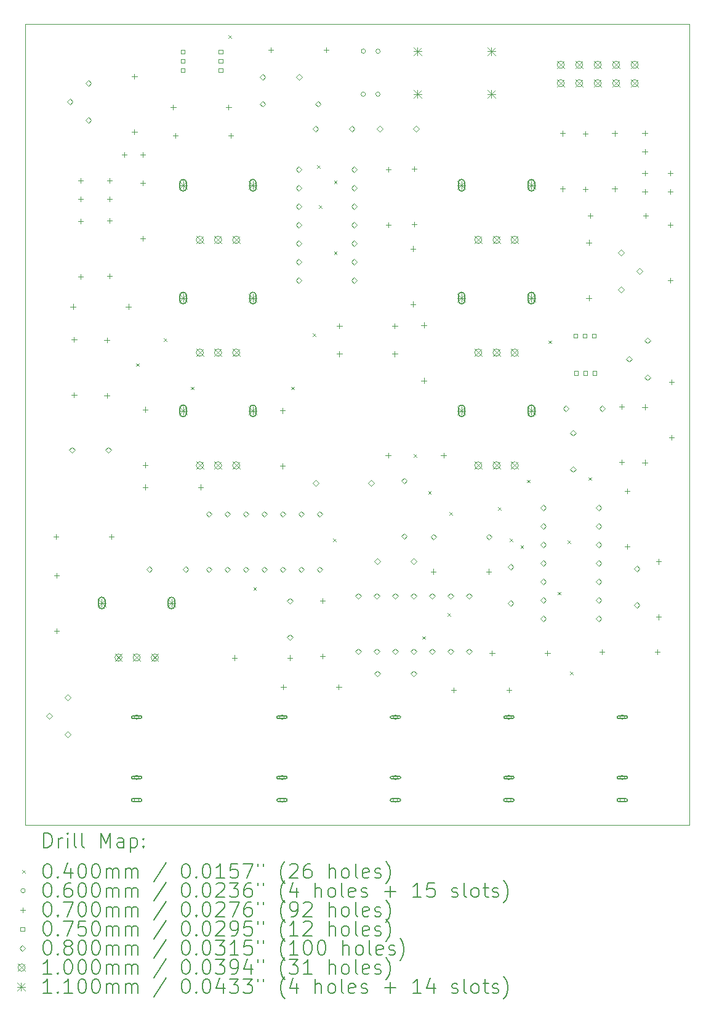
<source format=gbr>
%FSLAX45Y45*%
G04 Gerber Fmt 4.5, Leading zero omitted, Abs format (unit mm)*
G04 Created by KiCad (PCBNEW (6.0.1)) date 2022-08-29 14:15:00*
%MOMM*%
%LPD*%
G01*
G04 APERTURE LIST*
%TA.AperFunction,Profile*%
%ADD10C,0.050000*%
%TD*%
%ADD11C,0.200000*%
%ADD12C,0.040000*%
%ADD13C,0.060000*%
%ADD14C,0.070000*%
%ADD15C,0.075000*%
%ADD16C,0.080000*%
%ADD17C,0.100000*%
%ADD18C,0.110000*%
G04 APERTURE END LIST*
D10*
X3010000Y-1900000D02*
X12140000Y-1900000D01*
X3010000Y-12900000D02*
X3010000Y-1900000D01*
X12140000Y-12900000D02*
X3010000Y-12900000D01*
X12140000Y-1900000D02*
X12140000Y-12900000D01*
D11*
D12*
X4530000Y-6560000D02*
X4570000Y-6600000D01*
X4570000Y-6560000D02*
X4530000Y-6600000D01*
X4915000Y-6215000D02*
X4955000Y-6255000D01*
X4955000Y-6215000D02*
X4915000Y-6255000D01*
X5285000Y-6880000D02*
X5325000Y-6920000D01*
X5325000Y-6880000D02*
X5285000Y-6920000D01*
X5800000Y-2050000D02*
X5840000Y-2090000D01*
X5840000Y-2050000D02*
X5800000Y-2090000D01*
X6145000Y-9635000D02*
X6185000Y-9675000D01*
X6185000Y-9635000D02*
X6145000Y-9675000D01*
X6665000Y-6880000D02*
X6705000Y-6920000D01*
X6705000Y-6880000D02*
X6665000Y-6920000D01*
X6965000Y-6150000D02*
X7005000Y-6190000D01*
X7005000Y-6150000D02*
X6965000Y-6190000D01*
X7025000Y-3835000D02*
X7065000Y-3875000D01*
X7065000Y-3835000D02*
X7025000Y-3875000D01*
X7050000Y-4385000D02*
X7090000Y-4425000D01*
X7090000Y-4385000D02*
X7050000Y-4425000D01*
X7240000Y-8965000D02*
X7280000Y-9005000D01*
X7280000Y-8965000D02*
X7240000Y-9005000D01*
X7255000Y-4050000D02*
X7295000Y-4090000D01*
X7295000Y-4050000D02*
X7255000Y-4090000D01*
X7255000Y-5025000D02*
X7295000Y-5065000D01*
X7295000Y-5025000D02*
X7255000Y-5065000D01*
X8350000Y-7810000D02*
X8390000Y-7850000D01*
X8390000Y-7810000D02*
X8350000Y-7850000D01*
X8470000Y-10310000D02*
X8510000Y-10350000D01*
X8510000Y-10310000D02*
X8470000Y-10350000D01*
X8550000Y-8315000D02*
X8590000Y-8355000D01*
X8590000Y-8315000D02*
X8550000Y-8355000D01*
X8815000Y-9995000D02*
X8855000Y-10035000D01*
X8855000Y-9995000D02*
X8815000Y-10035000D01*
X8840000Y-8605000D02*
X8880000Y-8645000D01*
X8880000Y-8605000D02*
X8840000Y-8645000D01*
X9510000Y-8535000D02*
X9550000Y-8575000D01*
X9550000Y-8535000D02*
X9510000Y-8575000D01*
X9670000Y-8965000D02*
X9710000Y-9005000D01*
X9710000Y-8965000D02*
X9670000Y-9005000D01*
X9820000Y-9060000D02*
X9860000Y-9100000D01*
X9860000Y-9060000D02*
X9820000Y-9100000D01*
X9910000Y-8160000D02*
X9950000Y-8200000D01*
X9950000Y-8160000D02*
X9910000Y-8200000D01*
X10205000Y-6246000D02*
X10245000Y-6286000D01*
X10245000Y-6246000D02*
X10205000Y-6286000D01*
X10330000Y-9700000D02*
X10370000Y-9740000D01*
X10370000Y-9700000D02*
X10330000Y-9740000D01*
X10470000Y-8995000D02*
X10510000Y-9035000D01*
X10510000Y-8995000D02*
X10470000Y-9035000D01*
X10505000Y-10795000D02*
X10545000Y-10835000D01*
X10545000Y-10795000D02*
X10505000Y-10835000D01*
X10755000Y-8125000D02*
X10795000Y-8165000D01*
X10795000Y-8125000D02*
X10755000Y-8165000D01*
D13*
X4570000Y-11421500D02*
G75*
G03*
X4570000Y-11421500I-30000J0D01*
G01*
D11*
X4490000Y-11441500D02*
X4590000Y-11441500D01*
X4490000Y-11401500D02*
X4590000Y-11401500D01*
X4590000Y-11441500D02*
G75*
G03*
X4590000Y-11401500I0J20000D01*
G01*
X4490000Y-11401500D02*
G75*
G03*
X4490000Y-11441500I0J-20000D01*
G01*
D13*
X4570000Y-12251500D02*
G75*
G03*
X4570000Y-12251500I-30000J0D01*
G01*
D11*
X4490000Y-12271500D02*
X4590000Y-12271500D01*
X4490000Y-12231500D02*
X4590000Y-12231500D01*
X4590000Y-12271500D02*
G75*
G03*
X4590000Y-12231500I0J20000D01*
G01*
X4490000Y-12231500D02*
G75*
G03*
X4490000Y-12271500I0J-20000D01*
G01*
D13*
X4570000Y-12561500D02*
G75*
G03*
X4570000Y-12561500I-30000J0D01*
G01*
D11*
X4490000Y-12581500D02*
X4590000Y-12581500D01*
X4490000Y-12541500D02*
X4590000Y-12541500D01*
X4590000Y-12581500D02*
G75*
G03*
X4590000Y-12541500I0J20000D01*
G01*
X4490000Y-12541500D02*
G75*
G03*
X4490000Y-12581500I0J-20000D01*
G01*
D13*
X6570000Y-11421500D02*
G75*
G03*
X6570000Y-11421500I-30000J0D01*
G01*
D11*
X6490000Y-11441500D02*
X6590000Y-11441500D01*
X6490000Y-11401500D02*
X6590000Y-11401500D01*
X6590000Y-11441500D02*
G75*
G03*
X6590000Y-11401500I0J20000D01*
G01*
X6490000Y-11401500D02*
G75*
G03*
X6490000Y-11441500I0J-20000D01*
G01*
D13*
X6570000Y-12251500D02*
G75*
G03*
X6570000Y-12251500I-30000J0D01*
G01*
D11*
X6490000Y-12271500D02*
X6590000Y-12271500D01*
X6490000Y-12231500D02*
X6590000Y-12231500D01*
X6590000Y-12271500D02*
G75*
G03*
X6590000Y-12231500I0J20000D01*
G01*
X6490000Y-12231500D02*
G75*
G03*
X6490000Y-12271500I0J-20000D01*
G01*
D13*
X6570000Y-12561500D02*
G75*
G03*
X6570000Y-12561500I-30000J0D01*
G01*
D11*
X6490000Y-12581500D02*
X6590000Y-12581500D01*
X6490000Y-12541500D02*
X6590000Y-12541500D01*
X6590000Y-12581500D02*
G75*
G03*
X6590000Y-12541500I0J20000D01*
G01*
X6490000Y-12541500D02*
G75*
G03*
X6490000Y-12581500I0J-20000D01*
G01*
D13*
X7687740Y-2860000D02*
G75*
G03*
X7687740Y-2860000I-30000J0D01*
G01*
X7690000Y-2270000D02*
G75*
G03*
X7690000Y-2270000I-30000J0D01*
G01*
X7887740Y-2860000D02*
G75*
G03*
X7887740Y-2860000I-30000J0D01*
G01*
X7890000Y-2270000D02*
G75*
G03*
X7890000Y-2270000I-30000J0D01*
G01*
X8130000Y-11421500D02*
G75*
G03*
X8130000Y-11421500I-30000J0D01*
G01*
D11*
X8050000Y-11441500D02*
X8150000Y-11441500D01*
X8050000Y-11401500D02*
X8150000Y-11401500D01*
X8150000Y-11441500D02*
G75*
G03*
X8150000Y-11401500I0J20000D01*
G01*
X8050000Y-11401500D02*
G75*
G03*
X8050000Y-11441500I0J-20000D01*
G01*
D13*
X8130000Y-12251500D02*
G75*
G03*
X8130000Y-12251500I-30000J0D01*
G01*
D11*
X8050000Y-12271500D02*
X8150000Y-12271500D01*
X8050000Y-12231500D02*
X8150000Y-12231500D01*
X8150000Y-12271500D02*
G75*
G03*
X8150000Y-12231500I0J20000D01*
G01*
X8050000Y-12231500D02*
G75*
G03*
X8050000Y-12271500I0J-20000D01*
G01*
D13*
X8130000Y-12561500D02*
G75*
G03*
X8130000Y-12561500I-30000J0D01*
G01*
D11*
X8050000Y-12581500D02*
X8150000Y-12581500D01*
X8050000Y-12541500D02*
X8150000Y-12541500D01*
X8150000Y-12581500D02*
G75*
G03*
X8150000Y-12541500I0J20000D01*
G01*
X8050000Y-12541500D02*
G75*
G03*
X8050000Y-12581500I0J-20000D01*
G01*
D13*
X9690000Y-11421500D02*
G75*
G03*
X9690000Y-11421500I-30000J0D01*
G01*
D11*
X9610000Y-11441500D02*
X9710000Y-11441500D01*
X9610000Y-11401500D02*
X9710000Y-11401500D01*
X9710000Y-11441500D02*
G75*
G03*
X9710000Y-11401500I0J20000D01*
G01*
X9610000Y-11401500D02*
G75*
G03*
X9610000Y-11441500I0J-20000D01*
G01*
D13*
X9690000Y-12251500D02*
G75*
G03*
X9690000Y-12251500I-30000J0D01*
G01*
D11*
X9610000Y-12271500D02*
X9710000Y-12271500D01*
X9610000Y-12231500D02*
X9710000Y-12231500D01*
X9710000Y-12271500D02*
G75*
G03*
X9710000Y-12231500I0J20000D01*
G01*
X9610000Y-12231500D02*
G75*
G03*
X9610000Y-12271500I0J-20000D01*
G01*
D13*
X9690000Y-12561500D02*
G75*
G03*
X9690000Y-12561500I-30000J0D01*
G01*
D11*
X9610000Y-12581500D02*
X9710000Y-12581500D01*
X9610000Y-12541500D02*
X9710000Y-12541500D01*
X9710000Y-12581500D02*
G75*
G03*
X9710000Y-12541500I0J20000D01*
G01*
X9610000Y-12541500D02*
G75*
G03*
X9610000Y-12581500I0J-20000D01*
G01*
D13*
X11250000Y-11421500D02*
G75*
G03*
X11250000Y-11421500I-30000J0D01*
G01*
D11*
X11170000Y-11441500D02*
X11270000Y-11441500D01*
X11170000Y-11401500D02*
X11270000Y-11401500D01*
X11270000Y-11441500D02*
G75*
G03*
X11270000Y-11401500I0J20000D01*
G01*
X11170000Y-11401500D02*
G75*
G03*
X11170000Y-11441500I0J-20000D01*
G01*
D13*
X11250000Y-12251500D02*
G75*
G03*
X11250000Y-12251500I-30000J0D01*
G01*
D11*
X11170000Y-12271500D02*
X11270000Y-12271500D01*
X11170000Y-12231500D02*
X11270000Y-12231500D01*
X11270000Y-12271500D02*
G75*
G03*
X11270000Y-12231500I0J20000D01*
G01*
X11170000Y-12231500D02*
G75*
G03*
X11170000Y-12271500I0J-20000D01*
G01*
D13*
X11250000Y-12561500D02*
G75*
G03*
X11250000Y-12561500I-30000J0D01*
G01*
D11*
X11170000Y-12581500D02*
X11270000Y-12581500D01*
X11170000Y-12541500D02*
X11270000Y-12541500D01*
X11270000Y-12581500D02*
G75*
G03*
X11270000Y-12541500I0J20000D01*
G01*
X11170000Y-12541500D02*
G75*
G03*
X11170000Y-12581500I0J-20000D01*
G01*
D14*
X3434000Y-8905000D02*
X3434000Y-8975000D01*
X3399000Y-8940000D02*
X3469000Y-8940000D01*
X3440000Y-9439000D02*
X3440000Y-9509000D01*
X3405000Y-9474000D02*
X3475000Y-9474000D01*
X3440000Y-10201000D02*
X3440000Y-10271000D01*
X3405000Y-10236000D02*
X3475000Y-10236000D01*
X3664000Y-5745000D02*
X3664000Y-5815000D01*
X3629000Y-5780000D02*
X3699000Y-5780000D01*
X3680000Y-6199000D02*
X3680000Y-6269000D01*
X3645000Y-6234000D02*
X3715000Y-6234000D01*
X3680000Y-6961000D02*
X3680000Y-7031000D01*
X3645000Y-6996000D02*
X3715000Y-6996000D01*
X3770000Y-4013000D02*
X3770000Y-4083000D01*
X3735000Y-4048000D02*
X3805000Y-4048000D01*
X3770000Y-4267000D02*
X3770000Y-4337000D01*
X3735000Y-4302000D02*
X3805000Y-4302000D01*
X3770000Y-4574000D02*
X3770000Y-4644000D01*
X3735000Y-4609000D02*
X3805000Y-4609000D01*
X3770000Y-5336000D02*
X3770000Y-5406000D01*
X3735000Y-5371000D02*
X3805000Y-5371000D01*
X4130000Y-6204000D02*
X4130000Y-6274000D01*
X4095000Y-6239000D02*
X4165000Y-6239000D01*
X4130000Y-6966000D02*
X4130000Y-7036000D01*
X4095000Y-7001000D02*
X4165000Y-7001000D01*
X4170000Y-4013000D02*
X4170000Y-4083000D01*
X4135000Y-4048000D02*
X4205000Y-4048000D01*
X4170000Y-4267000D02*
X4170000Y-4337000D01*
X4135000Y-4302000D02*
X4205000Y-4302000D01*
X4170000Y-4560000D02*
X4170000Y-4630000D01*
X4135000Y-4595000D02*
X4205000Y-4595000D01*
X4170000Y-5322000D02*
X4170000Y-5392000D01*
X4135000Y-5357000D02*
X4205000Y-5357000D01*
X4196000Y-8905000D02*
X4196000Y-8975000D01*
X4161000Y-8940000D02*
X4231000Y-8940000D01*
X4371000Y-3655000D02*
X4371000Y-3725000D01*
X4336000Y-3690000D02*
X4406000Y-3690000D01*
X4426000Y-5745000D02*
X4426000Y-5815000D01*
X4391000Y-5780000D02*
X4461000Y-5780000D01*
X4510000Y-2579000D02*
X4510000Y-2649000D01*
X4475000Y-2614000D02*
X4545000Y-2614000D01*
X4510000Y-3341000D02*
X4510000Y-3411000D01*
X4475000Y-3376000D02*
X4545000Y-3376000D01*
X4625000Y-3655000D02*
X4625000Y-3725000D01*
X4590000Y-3690000D02*
X4660000Y-3690000D01*
X4625000Y-4049000D02*
X4625000Y-4119000D01*
X4590000Y-4084000D02*
X4660000Y-4084000D01*
X4625000Y-4811000D02*
X4625000Y-4881000D01*
X4590000Y-4846000D02*
X4660000Y-4846000D01*
X4659000Y-8225000D02*
X4659000Y-8295000D01*
X4624000Y-8260000D02*
X4694000Y-8260000D01*
X4660000Y-7159000D02*
X4660000Y-7229000D01*
X4625000Y-7194000D02*
X4695000Y-7194000D01*
X4660000Y-7921000D02*
X4660000Y-7991000D01*
X4625000Y-7956000D02*
X4695000Y-7956000D01*
X5044000Y-3005000D02*
X5044000Y-3075000D01*
X5009000Y-3040000D02*
X5079000Y-3040000D01*
X5074000Y-3395000D02*
X5074000Y-3465000D01*
X5039000Y-3430000D02*
X5109000Y-3430000D01*
X5421000Y-8225000D02*
X5421000Y-8295000D01*
X5386000Y-8260000D02*
X5456000Y-8260000D01*
X5806000Y-3005000D02*
X5806000Y-3075000D01*
X5771000Y-3040000D02*
X5841000Y-3040000D01*
X5836000Y-3395000D02*
X5836000Y-3465000D01*
X5801000Y-3430000D02*
X5871000Y-3430000D01*
X5889000Y-10570000D02*
X5889000Y-10640000D01*
X5854000Y-10605000D02*
X5924000Y-10605000D01*
X6389000Y-2220000D02*
X6389000Y-2290000D01*
X6354000Y-2255000D02*
X6424000Y-2255000D01*
X6545000Y-7174000D02*
X6545000Y-7244000D01*
X6510000Y-7209000D02*
X6580000Y-7209000D01*
X6545000Y-7936000D02*
X6545000Y-8006000D01*
X6510000Y-7971000D02*
X6580000Y-7971000D01*
X6559000Y-10970000D02*
X6559000Y-11040000D01*
X6524000Y-11005000D02*
X6594000Y-11005000D01*
X6651000Y-10570000D02*
X6651000Y-10640000D01*
X6616000Y-10605000D02*
X6686000Y-10605000D01*
X7100000Y-9789000D02*
X7100000Y-9859000D01*
X7065000Y-9824000D02*
X7135000Y-9824000D01*
X7100000Y-10551000D02*
X7100000Y-10621000D01*
X7065000Y-10586000D02*
X7135000Y-10586000D01*
X7151000Y-2220000D02*
X7151000Y-2290000D01*
X7116000Y-2255000D02*
X7186000Y-2255000D01*
X7321000Y-10970000D02*
X7321000Y-11040000D01*
X7286000Y-11005000D02*
X7356000Y-11005000D01*
X7329000Y-6010000D02*
X7329000Y-6080000D01*
X7294000Y-6045000D02*
X7364000Y-6045000D01*
X7329000Y-6395000D02*
X7329000Y-6465000D01*
X7294000Y-6430000D02*
X7364000Y-6430000D01*
X7999000Y-7790000D02*
X7999000Y-7860000D01*
X7964000Y-7825000D02*
X8034000Y-7825000D01*
X8005000Y-3859000D02*
X8005000Y-3929000D01*
X7970000Y-3894000D02*
X8040000Y-3894000D01*
X8005000Y-4621000D02*
X8005000Y-4691000D01*
X7970000Y-4656000D02*
X8040000Y-4656000D01*
X8091000Y-6010000D02*
X8091000Y-6080000D01*
X8056000Y-6045000D02*
X8126000Y-6045000D01*
X8091000Y-6395000D02*
X8091000Y-6465000D01*
X8056000Y-6430000D02*
X8126000Y-6430000D01*
X8340000Y-4949000D02*
X8340000Y-5019000D01*
X8305000Y-4984000D02*
X8375000Y-4984000D01*
X8340000Y-5711000D02*
X8340000Y-5781000D01*
X8305000Y-5746000D02*
X8375000Y-5746000D01*
X8360000Y-3849000D02*
X8360000Y-3919000D01*
X8325000Y-3884000D02*
X8395000Y-3884000D01*
X8360000Y-4611000D02*
X8360000Y-4681000D01*
X8325000Y-4646000D02*
X8395000Y-4646000D01*
X8490000Y-5999000D02*
X8490000Y-6069000D01*
X8455000Y-6034000D02*
X8525000Y-6034000D01*
X8490000Y-6761000D02*
X8490000Y-6831000D01*
X8455000Y-6796000D02*
X8525000Y-6796000D01*
X8624000Y-9385000D02*
X8624000Y-9455000D01*
X8589000Y-9420000D02*
X8659000Y-9420000D01*
X8761000Y-7790000D02*
X8761000Y-7860000D01*
X8726000Y-7825000D02*
X8796000Y-7825000D01*
X8903000Y-11015000D02*
X8903000Y-11085000D01*
X8868000Y-11050000D02*
X8938000Y-11050000D01*
X9386000Y-9385000D02*
X9386000Y-9455000D01*
X9351000Y-9420000D02*
X9421000Y-9420000D01*
X9429000Y-10505000D02*
X9429000Y-10575000D01*
X9394000Y-10540000D02*
X9464000Y-10540000D01*
X9665000Y-11015000D02*
X9665000Y-11085000D01*
X9630000Y-11050000D02*
X9700000Y-11050000D01*
X10191000Y-10505000D02*
X10191000Y-10575000D01*
X10156000Y-10540000D02*
X10226000Y-10540000D01*
X10400000Y-3364000D02*
X10400000Y-3434000D01*
X10365000Y-3399000D02*
X10435000Y-3399000D01*
X10400000Y-4126000D02*
X10400000Y-4196000D01*
X10365000Y-4161000D02*
X10435000Y-4161000D01*
X10710000Y-3369000D02*
X10710000Y-3439000D01*
X10675000Y-3404000D02*
X10745000Y-3404000D01*
X10710000Y-4131000D02*
X10710000Y-4201000D01*
X10675000Y-4166000D02*
X10745000Y-4166000D01*
X10760000Y-4864000D02*
X10760000Y-4934000D01*
X10725000Y-4899000D02*
X10795000Y-4899000D01*
X10760000Y-5626000D02*
X10760000Y-5696000D01*
X10725000Y-5661000D02*
X10795000Y-5661000D01*
X10779000Y-4495000D02*
X10779000Y-4565000D01*
X10744000Y-4530000D02*
X10814000Y-4530000D01*
X10944000Y-10490000D02*
X10944000Y-10560000D01*
X10909000Y-10525000D02*
X10979000Y-10525000D01*
X11115000Y-3364000D02*
X11115000Y-3434000D01*
X11080000Y-3399000D02*
X11150000Y-3399000D01*
X11115000Y-4126000D02*
X11115000Y-4196000D01*
X11080000Y-4161000D02*
X11150000Y-4161000D01*
X11210000Y-7119000D02*
X11210000Y-7189000D01*
X11175000Y-7154000D02*
X11245000Y-7154000D01*
X11210000Y-7881000D02*
X11210000Y-7951000D01*
X11175000Y-7916000D02*
X11245000Y-7916000D01*
X11290000Y-8279000D02*
X11290000Y-8349000D01*
X11255000Y-8314000D02*
X11325000Y-8314000D01*
X11290000Y-9041000D02*
X11290000Y-9111000D01*
X11255000Y-9076000D02*
X11325000Y-9076000D01*
X11530000Y-3363000D02*
X11530000Y-3433000D01*
X11495000Y-3398000D02*
X11565000Y-3398000D01*
X11530000Y-3617000D02*
X11530000Y-3687000D01*
X11495000Y-3652000D02*
X11565000Y-3652000D01*
X11530000Y-3908000D02*
X11530000Y-3978000D01*
X11495000Y-3943000D02*
X11565000Y-3943000D01*
X11530000Y-4162000D02*
X11530000Y-4232000D01*
X11495000Y-4197000D02*
X11565000Y-4197000D01*
X11530000Y-7125000D02*
X11530000Y-7195000D01*
X11495000Y-7160000D02*
X11565000Y-7160000D01*
X11530000Y-7887000D02*
X11530000Y-7957000D01*
X11495000Y-7922000D02*
X11565000Y-7922000D01*
X11541000Y-4495000D02*
X11541000Y-4565000D01*
X11506000Y-4530000D02*
X11576000Y-4530000D01*
X11706000Y-10490000D02*
X11706000Y-10560000D01*
X11671000Y-10525000D02*
X11741000Y-10525000D01*
X11720000Y-9249000D02*
X11720000Y-9319000D01*
X11685000Y-9284000D02*
X11755000Y-9284000D01*
X11720000Y-10011000D02*
X11720000Y-10081000D01*
X11685000Y-10046000D02*
X11755000Y-10046000D01*
X11880000Y-3908000D02*
X11880000Y-3978000D01*
X11845000Y-3943000D02*
X11915000Y-3943000D01*
X11880000Y-4162000D02*
X11880000Y-4232000D01*
X11845000Y-4197000D02*
X11915000Y-4197000D01*
X11880000Y-4624000D02*
X11880000Y-4694000D01*
X11845000Y-4659000D02*
X11915000Y-4659000D01*
X11880000Y-5386000D02*
X11880000Y-5456000D01*
X11845000Y-5421000D02*
X11915000Y-5421000D01*
X11900000Y-6782000D02*
X11900000Y-6852000D01*
X11865000Y-6817000D02*
X11935000Y-6817000D01*
X11900000Y-7544000D02*
X11900000Y-7614000D01*
X11865000Y-7579000D02*
X11935000Y-7579000D01*
D15*
X5201517Y-2306517D02*
X5201517Y-2253483D01*
X5148483Y-2253483D01*
X5148483Y-2306517D01*
X5201517Y-2306517D01*
X5201517Y-2433517D02*
X5201517Y-2380483D01*
X5148483Y-2380483D01*
X5148483Y-2433517D01*
X5201517Y-2433517D01*
X5201517Y-2560517D02*
X5201517Y-2507483D01*
X5148483Y-2507483D01*
X5148483Y-2560517D01*
X5201517Y-2560517D01*
X5721517Y-2307517D02*
X5721517Y-2254483D01*
X5668483Y-2254483D01*
X5668483Y-2307517D01*
X5721517Y-2307517D01*
X5721517Y-2434517D02*
X5721517Y-2381483D01*
X5668483Y-2381483D01*
X5668483Y-2434517D01*
X5721517Y-2434517D01*
X5721517Y-2561517D02*
X5721517Y-2508483D01*
X5668483Y-2508483D01*
X5668483Y-2561517D01*
X5721517Y-2561517D01*
X10604517Y-6206517D02*
X10604517Y-6153483D01*
X10551483Y-6153483D01*
X10551483Y-6206517D01*
X10604517Y-6206517D01*
X10609517Y-6720517D02*
X10609517Y-6667483D01*
X10556483Y-6667483D01*
X10556483Y-6720517D01*
X10609517Y-6720517D01*
X10731517Y-6206517D02*
X10731517Y-6153483D01*
X10678483Y-6153483D01*
X10678483Y-6206517D01*
X10731517Y-6206517D01*
X10736517Y-6720517D02*
X10736517Y-6667483D01*
X10683483Y-6667483D01*
X10683483Y-6720517D01*
X10736517Y-6720517D01*
X10858517Y-6206517D02*
X10858517Y-6153483D01*
X10805483Y-6153483D01*
X10805483Y-6206517D01*
X10858517Y-6206517D01*
X10863517Y-6720517D02*
X10863517Y-6667483D01*
X10810483Y-6667483D01*
X10810483Y-6720517D01*
X10863517Y-6720517D01*
D16*
X3338500Y-11444000D02*
X3378500Y-11404000D01*
X3338500Y-11364000D01*
X3298500Y-11404000D01*
X3338500Y-11444000D01*
X3592500Y-11190000D02*
X3632500Y-11150000D01*
X3592500Y-11110000D01*
X3552500Y-11150000D01*
X3592500Y-11190000D01*
X3592500Y-11698000D02*
X3632500Y-11658000D01*
X3592500Y-11618000D01*
X3552500Y-11658000D01*
X3592500Y-11698000D01*
X3623500Y-3004000D02*
X3663500Y-2964000D01*
X3623500Y-2924000D01*
X3583500Y-2964000D01*
X3623500Y-3004000D01*
X3650000Y-7790000D02*
X3690000Y-7750000D01*
X3650000Y-7710000D01*
X3610000Y-7750000D01*
X3650000Y-7790000D01*
X3877500Y-2750000D02*
X3917500Y-2710000D01*
X3877500Y-2670000D01*
X3837500Y-2710000D01*
X3877500Y-2750000D01*
X3877500Y-3258000D02*
X3917500Y-3218000D01*
X3877500Y-3178000D01*
X3837500Y-3218000D01*
X3877500Y-3258000D01*
X4150000Y-7790000D02*
X4190000Y-7750000D01*
X4150000Y-7710000D01*
X4110000Y-7750000D01*
X4150000Y-7790000D01*
X4715000Y-9430000D02*
X4755000Y-9390000D01*
X4715000Y-9350000D01*
X4675000Y-9390000D01*
X4715000Y-9430000D01*
X5215000Y-9430000D02*
X5255000Y-9390000D01*
X5215000Y-9350000D01*
X5175000Y-9390000D01*
X5215000Y-9430000D01*
X5535000Y-8670000D02*
X5575000Y-8630000D01*
X5535000Y-8590000D01*
X5495000Y-8630000D01*
X5535000Y-8670000D01*
X5535000Y-9432000D02*
X5575000Y-9392000D01*
X5535000Y-9352000D01*
X5495000Y-9392000D01*
X5535000Y-9432000D01*
X5789000Y-8670000D02*
X5829000Y-8630000D01*
X5789000Y-8590000D01*
X5749000Y-8630000D01*
X5789000Y-8670000D01*
X5789000Y-9432000D02*
X5829000Y-9392000D01*
X5789000Y-9352000D01*
X5749000Y-9392000D01*
X5789000Y-9432000D01*
X6043000Y-8670000D02*
X6083000Y-8630000D01*
X6043000Y-8590000D01*
X6003000Y-8630000D01*
X6043000Y-8670000D01*
X6043000Y-9432000D02*
X6083000Y-9392000D01*
X6043000Y-9352000D01*
X6003000Y-9392000D01*
X6043000Y-9432000D01*
X6274000Y-2665000D02*
X6314000Y-2625000D01*
X6274000Y-2585000D01*
X6234000Y-2625000D01*
X6274000Y-2665000D01*
X6274000Y-3035000D02*
X6314000Y-2995000D01*
X6274000Y-2955000D01*
X6234000Y-2995000D01*
X6274000Y-3035000D01*
X6297000Y-8670000D02*
X6337000Y-8630000D01*
X6297000Y-8590000D01*
X6257000Y-8630000D01*
X6297000Y-8670000D01*
X6297000Y-9432000D02*
X6337000Y-9392000D01*
X6297000Y-9352000D01*
X6257000Y-9392000D01*
X6297000Y-9432000D01*
X6551000Y-8670000D02*
X6591000Y-8630000D01*
X6551000Y-8590000D01*
X6511000Y-8630000D01*
X6551000Y-8670000D01*
X6551000Y-9432000D02*
X6591000Y-9392000D01*
X6551000Y-9352000D01*
X6511000Y-9392000D01*
X6551000Y-9432000D01*
X6650000Y-9865000D02*
X6690000Y-9825000D01*
X6650000Y-9785000D01*
X6610000Y-9825000D01*
X6650000Y-9865000D01*
X6650000Y-10365000D02*
X6690000Y-10325000D01*
X6650000Y-10285000D01*
X6610000Y-10325000D01*
X6650000Y-10365000D01*
X6770000Y-3933500D02*
X6810000Y-3893500D01*
X6770000Y-3853500D01*
X6730000Y-3893500D01*
X6770000Y-3933500D01*
X6770000Y-4187500D02*
X6810000Y-4147500D01*
X6770000Y-4107500D01*
X6730000Y-4147500D01*
X6770000Y-4187500D01*
X6770000Y-4441500D02*
X6810000Y-4401500D01*
X6770000Y-4361500D01*
X6730000Y-4401500D01*
X6770000Y-4441500D01*
X6770000Y-4695500D02*
X6810000Y-4655500D01*
X6770000Y-4615500D01*
X6730000Y-4655500D01*
X6770000Y-4695500D01*
X6770000Y-4949500D02*
X6810000Y-4909500D01*
X6770000Y-4869500D01*
X6730000Y-4909500D01*
X6770000Y-4949500D01*
X6770000Y-5203500D02*
X6810000Y-5163500D01*
X6770000Y-5123500D01*
X6730000Y-5163500D01*
X6770000Y-5203500D01*
X6770000Y-5457500D02*
X6810000Y-5417500D01*
X6770000Y-5377500D01*
X6730000Y-5417500D01*
X6770000Y-5457500D01*
X6774000Y-2665000D02*
X6814000Y-2625000D01*
X6774000Y-2585000D01*
X6734000Y-2625000D01*
X6774000Y-2665000D01*
X6805000Y-8670000D02*
X6845000Y-8630000D01*
X6805000Y-8590000D01*
X6765000Y-8630000D01*
X6805000Y-8670000D01*
X6805000Y-9432000D02*
X6845000Y-9392000D01*
X6805000Y-9352000D01*
X6765000Y-9392000D01*
X6805000Y-9432000D01*
X7000000Y-3375000D02*
X7040000Y-3335000D01*
X7000000Y-3295000D01*
X6960000Y-3335000D01*
X7000000Y-3375000D01*
X7004000Y-8245000D02*
X7044000Y-8205000D01*
X7004000Y-8165000D01*
X6964000Y-8205000D01*
X7004000Y-8245000D01*
X7036000Y-3035000D02*
X7076000Y-2995000D01*
X7036000Y-2955000D01*
X6996000Y-2995000D01*
X7036000Y-3035000D01*
X7059000Y-8670000D02*
X7099000Y-8630000D01*
X7059000Y-8590000D01*
X7019000Y-8630000D01*
X7059000Y-8670000D01*
X7059000Y-9432000D02*
X7099000Y-9392000D01*
X7059000Y-9352000D01*
X7019000Y-9392000D01*
X7059000Y-9432000D01*
X7500000Y-3375000D02*
X7540000Y-3335000D01*
X7500000Y-3295000D01*
X7460000Y-3335000D01*
X7500000Y-3375000D01*
X7532000Y-3933500D02*
X7572000Y-3893500D01*
X7532000Y-3853500D01*
X7492000Y-3893500D01*
X7532000Y-3933500D01*
X7532000Y-4187500D02*
X7572000Y-4147500D01*
X7532000Y-4107500D01*
X7492000Y-4147500D01*
X7532000Y-4187500D01*
X7532000Y-4441500D02*
X7572000Y-4401500D01*
X7532000Y-4361500D01*
X7492000Y-4401500D01*
X7532000Y-4441500D01*
X7532000Y-4695500D02*
X7572000Y-4655500D01*
X7532000Y-4615500D01*
X7492000Y-4655500D01*
X7532000Y-4695500D01*
X7532000Y-4949500D02*
X7572000Y-4909500D01*
X7532000Y-4869500D01*
X7492000Y-4909500D01*
X7532000Y-4949500D01*
X7532000Y-5203500D02*
X7572000Y-5163500D01*
X7532000Y-5123500D01*
X7492000Y-5163500D01*
X7532000Y-5203500D01*
X7532000Y-5457500D02*
X7572000Y-5417500D01*
X7532000Y-5377500D01*
X7492000Y-5417500D01*
X7532000Y-5457500D01*
X7588500Y-9798000D02*
X7628500Y-9758000D01*
X7588500Y-9718000D01*
X7548500Y-9758000D01*
X7588500Y-9798000D01*
X7588500Y-10560000D02*
X7628500Y-10520000D01*
X7588500Y-10480000D01*
X7548500Y-10520000D01*
X7588500Y-10560000D01*
X7766000Y-8245000D02*
X7806000Y-8205000D01*
X7766000Y-8165000D01*
X7726000Y-8205000D01*
X7766000Y-8245000D01*
X7842500Y-9798000D02*
X7882500Y-9758000D01*
X7842500Y-9718000D01*
X7802500Y-9758000D01*
X7842500Y-9798000D01*
X7842500Y-10560000D02*
X7882500Y-10520000D01*
X7842500Y-10480000D01*
X7802500Y-10520000D01*
X7842500Y-10560000D01*
X7850000Y-9320000D02*
X7890000Y-9280000D01*
X7850000Y-9240000D01*
X7810000Y-9280000D01*
X7850000Y-9320000D01*
X7850000Y-10865000D02*
X7890000Y-10825000D01*
X7850000Y-10785000D01*
X7810000Y-10825000D01*
X7850000Y-10865000D01*
X7885000Y-3375000D02*
X7925000Y-3335000D01*
X7885000Y-3295000D01*
X7845000Y-3335000D01*
X7885000Y-3375000D01*
X8096500Y-9798000D02*
X8136500Y-9758000D01*
X8096500Y-9718000D01*
X8056500Y-9758000D01*
X8096500Y-9798000D01*
X8096500Y-10560000D02*
X8136500Y-10520000D01*
X8096500Y-10480000D01*
X8056500Y-10520000D01*
X8096500Y-10560000D01*
X8220000Y-8214000D02*
X8260000Y-8174000D01*
X8220000Y-8134000D01*
X8180000Y-8174000D01*
X8220000Y-8214000D01*
X8220000Y-8976000D02*
X8260000Y-8936000D01*
X8220000Y-8896000D01*
X8180000Y-8936000D01*
X8220000Y-8976000D01*
X8350000Y-9320000D02*
X8390000Y-9280000D01*
X8350000Y-9240000D01*
X8310000Y-9280000D01*
X8350000Y-9320000D01*
X8350000Y-10865000D02*
X8390000Y-10825000D01*
X8350000Y-10785000D01*
X8310000Y-10825000D01*
X8350000Y-10865000D01*
X8350500Y-9798000D02*
X8390500Y-9758000D01*
X8350500Y-9718000D01*
X8310500Y-9758000D01*
X8350500Y-9798000D01*
X8350500Y-10560000D02*
X8390500Y-10520000D01*
X8350500Y-10480000D01*
X8310500Y-10520000D01*
X8350500Y-10560000D01*
X8385000Y-3375000D02*
X8425000Y-3335000D01*
X8385000Y-3295000D01*
X8345000Y-3335000D01*
X8385000Y-3375000D01*
X8604500Y-9798000D02*
X8644500Y-9758000D01*
X8604500Y-9718000D01*
X8564500Y-9758000D01*
X8604500Y-9798000D01*
X8604500Y-10560000D02*
X8644500Y-10520000D01*
X8604500Y-10480000D01*
X8564500Y-10520000D01*
X8604500Y-10560000D01*
X8624000Y-8985000D02*
X8664000Y-8945000D01*
X8624000Y-8905000D01*
X8584000Y-8945000D01*
X8624000Y-8985000D01*
X8858500Y-9798000D02*
X8898500Y-9758000D01*
X8858500Y-9718000D01*
X8818500Y-9758000D01*
X8858500Y-9798000D01*
X8858500Y-10560000D02*
X8898500Y-10520000D01*
X8858500Y-10480000D01*
X8818500Y-10520000D01*
X8858500Y-10560000D01*
X9112500Y-9798000D02*
X9152500Y-9758000D01*
X9112500Y-9718000D01*
X9072500Y-9758000D01*
X9112500Y-9798000D01*
X9112500Y-10560000D02*
X9152500Y-10520000D01*
X9112500Y-10480000D01*
X9072500Y-10520000D01*
X9112500Y-10560000D01*
X9386000Y-8985000D02*
X9426000Y-8945000D01*
X9386000Y-8905000D01*
X9346000Y-8945000D01*
X9386000Y-8985000D01*
X9685000Y-9395000D02*
X9725000Y-9355000D01*
X9685000Y-9315000D01*
X9645000Y-9355000D01*
X9685000Y-9395000D01*
X9685000Y-9895000D02*
X9725000Y-9855000D01*
X9685000Y-9815000D01*
X9645000Y-9855000D01*
X9685000Y-9895000D01*
X10133000Y-8582500D02*
X10173000Y-8542500D01*
X10133000Y-8502500D01*
X10093000Y-8542500D01*
X10133000Y-8582500D01*
X10133000Y-8836500D02*
X10173000Y-8796500D01*
X10133000Y-8756500D01*
X10093000Y-8796500D01*
X10133000Y-8836500D01*
X10133000Y-9090500D02*
X10173000Y-9050500D01*
X10133000Y-9010500D01*
X10093000Y-9050500D01*
X10133000Y-9090500D01*
X10133000Y-9344500D02*
X10173000Y-9304500D01*
X10133000Y-9264500D01*
X10093000Y-9304500D01*
X10133000Y-9344500D01*
X10133000Y-9598500D02*
X10173000Y-9558500D01*
X10133000Y-9518500D01*
X10093000Y-9558500D01*
X10133000Y-9598500D01*
X10133000Y-9852500D02*
X10173000Y-9812500D01*
X10133000Y-9772500D01*
X10093000Y-9812500D01*
X10133000Y-9852500D01*
X10133000Y-10106500D02*
X10173000Y-10066500D01*
X10133000Y-10026500D01*
X10093000Y-10066500D01*
X10133000Y-10106500D01*
X10445000Y-7220000D02*
X10485000Y-7180000D01*
X10445000Y-7140000D01*
X10405000Y-7180000D01*
X10445000Y-7220000D01*
X10545000Y-7555000D02*
X10585000Y-7515000D01*
X10545000Y-7475000D01*
X10505000Y-7515000D01*
X10545000Y-7555000D01*
X10545000Y-8055000D02*
X10585000Y-8015000D01*
X10545000Y-7975000D01*
X10505000Y-8015000D01*
X10545000Y-8055000D01*
X10895000Y-8582500D02*
X10935000Y-8542500D01*
X10895000Y-8502500D01*
X10855000Y-8542500D01*
X10895000Y-8582500D01*
X10895000Y-8836500D02*
X10935000Y-8796500D01*
X10895000Y-8756500D01*
X10855000Y-8796500D01*
X10895000Y-8836500D01*
X10895000Y-9090500D02*
X10935000Y-9050500D01*
X10895000Y-9010500D01*
X10855000Y-9050500D01*
X10895000Y-9090500D01*
X10895000Y-9344500D02*
X10935000Y-9304500D01*
X10895000Y-9264500D01*
X10855000Y-9304500D01*
X10895000Y-9344500D01*
X10895000Y-9598500D02*
X10935000Y-9558500D01*
X10895000Y-9518500D01*
X10855000Y-9558500D01*
X10895000Y-9598500D01*
X10895000Y-9852500D02*
X10935000Y-9812500D01*
X10895000Y-9772500D01*
X10855000Y-9812500D01*
X10895000Y-9852500D01*
X10895000Y-10106500D02*
X10935000Y-10066500D01*
X10895000Y-10026500D01*
X10855000Y-10066500D01*
X10895000Y-10106500D01*
X10945000Y-7220000D02*
X10985000Y-7180000D01*
X10945000Y-7140000D01*
X10905000Y-7180000D01*
X10945000Y-7220000D01*
X11202500Y-5077000D02*
X11242500Y-5037000D01*
X11202500Y-4997000D01*
X11162500Y-5037000D01*
X11202500Y-5077000D01*
X11202500Y-5585000D02*
X11242500Y-5545000D01*
X11202500Y-5505000D01*
X11162500Y-5545000D01*
X11202500Y-5585000D01*
X11313500Y-6539000D02*
X11353500Y-6499000D01*
X11313500Y-6459000D01*
X11273500Y-6499000D01*
X11313500Y-6539000D01*
X11420000Y-9420000D02*
X11460000Y-9380000D01*
X11420000Y-9340000D01*
X11380000Y-9380000D01*
X11420000Y-9420000D01*
X11420000Y-9920000D02*
X11460000Y-9880000D01*
X11420000Y-9840000D01*
X11380000Y-9880000D01*
X11420000Y-9920000D01*
X11456500Y-5331000D02*
X11496500Y-5291000D01*
X11456500Y-5251000D01*
X11416500Y-5291000D01*
X11456500Y-5331000D01*
X11567500Y-6285000D02*
X11607500Y-6245000D01*
X11567500Y-6205000D01*
X11527500Y-6245000D01*
X11567500Y-6285000D01*
X11567500Y-6793000D02*
X11607500Y-6753000D01*
X11567500Y-6713000D01*
X11527500Y-6753000D01*
X11567500Y-6793000D01*
D17*
X4240000Y-10552500D02*
X4340000Y-10652500D01*
X4340000Y-10552500D02*
X4240000Y-10652500D01*
X4340000Y-10602500D02*
G75*
G03*
X4340000Y-10602500I-50000J0D01*
G01*
X4490000Y-10552500D02*
X4590000Y-10652500D01*
X4590000Y-10552500D02*
X4490000Y-10652500D01*
X4590000Y-10602500D02*
G75*
G03*
X4590000Y-10602500I-50000J0D01*
G01*
X4740000Y-10552500D02*
X4840000Y-10652500D01*
X4840000Y-10552500D02*
X4740000Y-10652500D01*
X4840000Y-10602500D02*
G75*
G03*
X4840000Y-10602500I-50000J0D01*
G01*
X5360000Y-4812500D02*
X5460000Y-4912500D01*
X5460000Y-4812500D02*
X5360000Y-4912500D01*
X5460000Y-4862500D02*
G75*
G03*
X5460000Y-4862500I-50000J0D01*
G01*
X5360000Y-6362500D02*
X5460000Y-6462500D01*
X5460000Y-6362500D02*
X5360000Y-6462500D01*
X5460000Y-6412500D02*
G75*
G03*
X5460000Y-6412500I-50000J0D01*
G01*
X5360000Y-7912500D02*
X5460000Y-8012500D01*
X5460000Y-7912500D02*
X5360000Y-8012500D01*
X5460000Y-7962500D02*
G75*
G03*
X5460000Y-7962500I-50000J0D01*
G01*
X5610000Y-4812500D02*
X5710000Y-4912500D01*
X5710000Y-4812500D02*
X5610000Y-4912500D01*
X5710000Y-4862500D02*
G75*
G03*
X5710000Y-4862500I-50000J0D01*
G01*
X5610000Y-6362500D02*
X5710000Y-6462500D01*
X5710000Y-6362500D02*
X5610000Y-6462500D01*
X5710000Y-6412500D02*
G75*
G03*
X5710000Y-6412500I-50000J0D01*
G01*
X5610000Y-7912500D02*
X5710000Y-8012500D01*
X5710000Y-7912500D02*
X5610000Y-8012500D01*
X5710000Y-7962500D02*
G75*
G03*
X5710000Y-7962500I-50000J0D01*
G01*
X5860000Y-4812500D02*
X5960000Y-4912500D01*
X5960000Y-4812500D02*
X5860000Y-4912500D01*
X5960000Y-4862500D02*
G75*
G03*
X5960000Y-4862500I-50000J0D01*
G01*
X5860000Y-6362500D02*
X5960000Y-6462500D01*
X5960000Y-6362500D02*
X5860000Y-6462500D01*
X5960000Y-6412500D02*
G75*
G03*
X5960000Y-6412500I-50000J0D01*
G01*
X5860000Y-7912500D02*
X5960000Y-8012500D01*
X5960000Y-7912500D02*
X5860000Y-8012500D01*
X5960000Y-7962500D02*
G75*
G03*
X5960000Y-7962500I-50000J0D01*
G01*
X9190000Y-4812500D02*
X9290000Y-4912500D01*
X9290000Y-4812500D02*
X9190000Y-4912500D01*
X9290000Y-4862500D02*
G75*
G03*
X9290000Y-4862500I-50000J0D01*
G01*
X9190000Y-6362500D02*
X9290000Y-6462500D01*
X9290000Y-6362500D02*
X9190000Y-6462500D01*
X9290000Y-6412500D02*
G75*
G03*
X9290000Y-6412500I-50000J0D01*
G01*
X9190000Y-7912500D02*
X9290000Y-8012500D01*
X9290000Y-7912500D02*
X9190000Y-8012500D01*
X9290000Y-7962500D02*
G75*
G03*
X9290000Y-7962500I-50000J0D01*
G01*
X9440000Y-4812500D02*
X9540000Y-4912500D01*
X9540000Y-4812500D02*
X9440000Y-4912500D01*
X9540000Y-4862500D02*
G75*
G03*
X9540000Y-4862500I-50000J0D01*
G01*
X9440000Y-6362500D02*
X9540000Y-6462500D01*
X9540000Y-6362500D02*
X9440000Y-6462500D01*
X9540000Y-6412500D02*
G75*
G03*
X9540000Y-6412500I-50000J0D01*
G01*
X9440000Y-7912500D02*
X9540000Y-8012500D01*
X9540000Y-7912500D02*
X9440000Y-8012500D01*
X9540000Y-7962500D02*
G75*
G03*
X9540000Y-7962500I-50000J0D01*
G01*
X9690000Y-4812500D02*
X9790000Y-4912500D01*
X9790000Y-4812500D02*
X9690000Y-4912500D01*
X9790000Y-4862500D02*
G75*
G03*
X9790000Y-4862500I-50000J0D01*
G01*
X9690000Y-6362500D02*
X9790000Y-6462500D01*
X9790000Y-6362500D02*
X9690000Y-6462500D01*
X9790000Y-6412500D02*
G75*
G03*
X9790000Y-6412500I-50000J0D01*
G01*
X9690000Y-7912500D02*
X9790000Y-8012500D01*
X9790000Y-7912500D02*
X9690000Y-8012500D01*
X9790000Y-7962500D02*
G75*
G03*
X9790000Y-7962500I-50000J0D01*
G01*
X10324000Y-2406000D02*
X10424000Y-2506000D01*
X10424000Y-2406000D02*
X10324000Y-2506000D01*
X10424000Y-2456000D02*
G75*
G03*
X10424000Y-2456000I-50000J0D01*
G01*
X10324000Y-2660000D02*
X10424000Y-2760000D01*
X10424000Y-2660000D02*
X10324000Y-2760000D01*
X10424000Y-2710000D02*
G75*
G03*
X10424000Y-2710000I-50000J0D01*
G01*
X10578000Y-2406000D02*
X10678000Y-2506000D01*
X10678000Y-2406000D02*
X10578000Y-2506000D01*
X10678000Y-2456000D02*
G75*
G03*
X10678000Y-2456000I-50000J0D01*
G01*
X10578000Y-2660000D02*
X10678000Y-2760000D01*
X10678000Y-2660000D02*
X10578000Y-2760000D01*
X10678000Y-2710000D02*
G75*
G03*
X10678000Y-2710000I-50000J0D01*
G01*
X10832000Y-2406000D02*
X10932000Y-2506000D01*
X10932000Y-2406000D02*
X10832000Y-2506000D01*
X10932000Y-2456000D02*
G75*
G03*
X10932000Y-2456000I-50000J0D01*
G01*
X10832000Y-2660000D02*
X10932000Y-2760000D01*
X10932000Y-2660000D02*
X10832000Y-2760000D01*
X10932000Y-2710000D02*
G75*
G03*
X10932000Y-2710000I-50000J0D01*
G01*
X11086000Y-2406000D02*
X11186000Y-2506000D01*
X11186000Y-2406000D02*
X11086000Y-2506000D01*
X11186000Y-2456000D02*
G75*
G03*
X11186000Y-2456000I-50000J0D01*
G01*
X11086000Y-2660000D02*
X11186000Y-2760000D01*
X11186000Y-2660000D02*
X11086000Y-2760000D01*
X11186000Y-2710000D02*
G75*
G03*
X11186000Y-2710000I-50000J0D01*
G01*
X11340000Y-2406000D02*
X11440000Y-2506000D01*
X11440000Y-2406000D02*
X11340000Y-2506000D01*
X11440000Y-2456000D02*
G75*
G03*
X11440000Y-2456000I-50000J0D01*
G01*
X11340000Y-2660000D02*
X11440000Y-2760000D01*
X11440000Y-2660000D02*
X11340000Y-2760000D01*
X11440000Y-2710000D02*
G75*
G03*
X11440000Y-2710000I-50000J0D01*
G01*
D18*
X4005000Y-9797500D02*
X4115000Y-9907500D01*
X4115000Y-9797500D02*
X4005000Y-9907500D01*
X4060000Y-9797500D02*
X4060000Y-9907500D01*
X4005000Y-9852500D02*
X4115000Y-9852500D01*
D11*
X4105000Y-9887500D02*
X4105000Y-9817500D01*
X4015000Y-9887500D02*
X4015000Y-9817500D01*
X4105000Y-9817500D02*
G75*
G03*
X4015000Y-9817500I-45000J0D01*
G01*
X4015000Y-9887500D02*
G75*
G03*
X4105000Y-9887500I45000J0D01*
G01*
D18*
X4965000Y-9797500D02*
X5075000Y-9907500D01*
X5075000Y-9797500D02*
X4965000Y-9907500D01*
X5020000Y-9797500D02*
X5020000Y-9907500D01*
X4965000Y-9852500D02*
X5075000Y-9852500D01*
D11*
X5065000Y-9887500D02*
X5065000Y-9817500D01*
X4975000Y-9887500D02*
X4975000Y-9817500D01*
X5065000Y-9817500D02*
G75*
G03*
X4975000Y-9817500I-45000J0D01*
G01*
X4975000Y-9887500D02*
G75*
G03*
X5065000Y-9887500I45000J0D01*
G01*
D18*
X5125000Y-4057500D02*
X5235000Y-4167500D01*
X5235000Y-4057500D02*
X5125000Y-4167500D01*
X5180000Y-4057500D02*
X5180000Y-4167500D01*
X5125000Y-4112500D02*
X5235000Y-4112500D01*
D11*
X5225000Y-4147500D02*
X5225000Y-4077500D01*
X5135000Y-4147500D02*
X5135000Y-4077500D01*
X5225000Y-4077500D02*
G75*
G03*
X5135000Y-4077500I-45000J0D01*
G01*
X5135000Y-4147500D02*
G75*
G03*
X5225000Y-4147500I45000J0D01*
G01*
D18*
X5125000Y-5607500D02*
X5235000Y-5717500D01*
X5235000Y-5607500D02*
X5125000Y-5717500D01*
X5180000Y-5607500D02*
X5180000Y-5717500D01*
X5125000Y-5662500D02*
X5235000Y-5662500D01*
D11*
X5225000Y-5697500D02*
X5225000Y-5627500D01*
X5135000Y-5697500D02*
X5135000Y-5627500D01*
X5225000Y-5627500D02*
G75*
G03*
X5135000Y-5627500I-45000J0D01*
G01*
X5135000Y-5697500D02*
G75*
G03*
X5225000Y-5697500I45000J0D01*
G01*
D18*
X5125000Y-7157500D02*
X5235000Y-7267500D01*
X5235000Y-7157500D02*
X5125000Y-7267500D01*
X5180000Y-7157500D02*
X5180000Y-7267500D01*
X5125000Y-7212500D02*
X5235000Y-7212500D01*
D11*
X5225000Y-7247500D02*
X5225000Y-7177500D01*
X5135000Y-7247500D02*
X5135000Y-7177500D01*
X5225000Y-7177500D02*
G75*
G03*
X5135000Y-7177500I-45000J0D01*
G01*
X5135000Y-7247500D02*
G75*
G03*
X5225000Y-7247500I45000J0D01*
G01*
D18*
X6085000Y-4057500D02*
X6195000Y-4167500D01*
X6195000Y-4057500D02*
X6085000Y-4167500D01*
X6140000Y-4057500D02*
X6140000Y-4167500D01*
X6085000Y-4112500D02*
X6195000Y-4112500D01*
D11*
X6185000Y-4147500D02*
X6185000Y-4077500D01*
X6095000Y-4147500D02*
X6095000Y-4077500D01*
X6185000Y-4077500D02*
G75*
G03*
X6095000Y-4077500I-45000J0D01*
G01*
X6095000Y-4147500D02*
G75*
G03*
X6185000Y-4147500I45000J0D01*
G01*
D18*
X6085000Y-5607500D02*
X6195000Y-5717500D01*
X6195000Y-5607500D02*
X6085000Y-5717500D01*
X6140000Y-5607500D02*
X6140000Y-5717500D01*
X6085000Y-5662500D02*
X6195000Y-5662500D01*
D11*
X6185000Y-5697500D02*
X6185000Y-5627500D01*
X6095000Y-5697500D02*
X6095000Y-5627500D01*
X6185000Y-5627500D02*
G75*
G03*
X6095000Y-5627500I-45000J0D01*
G01*
X6095000Y-5697500D02*
G75*
G03*
X6185000Y-5697500I45000J0D01*
G01*
D18*
X6085000Y-7157500D02*
X6195000Y-7267500D01*
X6195000Y-7157500D02*
X6085000Y-7267500D01*
X6140000Y-7157500D02*
X6140000Y-7267500D01*
X6085000Y-7212500D02*
X6195000Y-7212500D01*
D11*
X6185000Y-7247500D02*
X6185000Y-7177500D01*
X6095000Y-7247500D02*
X6095000Y-7177500D01*
X6185000Y-7177500D02*
G75*
G03*
X6095000Y-7177500I-45000J0D01*
G01*
X6095000Y-7247500D02*
G75*
G03*
X6185000Y-7247500I45000J0D01*
G01*
D18*
X8347000Y-2215000D02*
X8457000Y-2325000D01*
X8457000Y-2215000D02*
X8347000Y-2325000D01*
X8402000Y-2215000D02*
X8402000Y-2325000D01*
X8347000Y-2270000D02*
X8457000Y-2270000D01*
X8347000Y-2805000D02*
X8457000Y-2915000D01*
X8457000Y-2805000D02*
X8347000Y-2915000D01*
X8402000Y-2805000D02*
X8402000Y-2915000D01*
X8347000Y-2860000D02*
X8457000Y-2860000D01*
X8955000Y-4057500D02*
X9065000Y-4167500D01*
X9065000Y-4057500D02*
X8955000Y-4167500D01*
X9010000Y-4057500D02*
X9010000Y-4167500D01*
X8955000Y-4112500D02*
X9065000Y-4112500D01*
D11*
X9055000Y-4147500D02*
X9055000Y-4077500D01*
X8965000Y-4147500D02*
X8965000Y-4077500D01*
X9055000Y-4077500D02*
G75*
G03*
X8965000Y-4077500I-45000J0D01*
G01*
X8965000Y-4147500D02*
G75*
G03*
X9055000Y-4147500I45000J0D01*
G01*
D18*
X8955000Y-5607500D02*
X9065000Y-5717500D01*
X9065000Y-5607500D02*
X8955000Y-5717500D01*
X9010000Y-5607500D02*
X9010000Y-5717500D01*
X8955000Y-5662500D02*
X9065000Y-5662500D01*
D11*
X9055000Y-5697500D02*
X9055000Y-5627500D01*
X8965000Y-5697500D02*
X8965000Y-5627500D01*
X9055000Y-5627500D02*
G75*
G03*
X8965000Y-5627500I-45000J0D01*
G01*
X8965000Y-5697500D02*
G75*
G03*
X9055000Y-5697500I45000J0D01*
G01*
D18*
X8955000Y-7157500D02*
X9065000Y-7267500D01*
X9065000Y-7157500D02*
X8955000Y-7267500D01*
X9010000Y-7157500D02*
X9010000Y-7267500D01*
X8955000Y-7212500D02*
X9065000Y-7212500D01*
D11*
X9055000Y-7247500D02*
X9055000Y-7177500D01*
X8965000Y-7247500D02*
X8965000Y-7177500D01*
X9055000Y-7177500D02*
G75*
G03*
X8965000Y-7177500I-45000J0D01*
G01*
X8965000Y-7247500D02*
G75*
G03*
X9055000Y-7247500I45000J0D01*
G01*
D18*
X9363000Y-2215000D02*
X9473000Y-2325000D01*
X9473000Y-2215000D02*
X9363000Y-2325000D01*
X9418000Y-2215000D02*
X9418000Y-2325000D01*
X9363000Y-2270000D02*
X9473000Y-2270000D01*
X9363000Y-2805000D02*
X9473000Y-2915000D01*
X9473000Y-2805000D02*
X9363000Y-2915000D01*
X9418000Y-2805000D02*
X9418000Y-2915000D01*
X9363000Y-2860000D02*
X9473000Y-2860000D01*
X9915000Y-4057500D02*
X10025000Y-4167500D01*
X10025000Y-4057500D02*
X9915000Y-4167500D01*
X9970000Y-4057500D02*
X9970000Y-4167500D01*
X9915000Y-4112500D02*
X10025000Y-4112500D01*
D11*
X10015000Y-4147500D02*
X10015000Y-4077500D01*
X9925000Y-4147500D02*
X9925000Y-4077500D01*
X10015000Y-4077500D02*
G75*
G03*
X9925000Y-4077500I-45000J0D01*
G01*
X9925000Y-4147500D02*
G75*
G03*
X10015000Y-4147500I45000J0D01*
G01*
D18*
X9915000Y-5607500D02*
X10025000Y-5717500D01*
X10025000Y-5607500D02*
X9915000Y-5717500D01*
X9970000Y-5607500D02*
X9970000Y-5717500D01*
X9915000Y-5662500D02*
X10025000Y-5662500D01*
D11*
X10015000Y-5697500D02*
X10015000Y-5627500D01*
X9925000Y-5697500D02*
X9925000Y-5627500D01*
X10015000Y-5627500D02*
G75*
G03*
X9925000Y-5627500I-45000J0D01*
G01*
X9925000Y-5697500D02*
G75*
G03*
X10015000Y-5697500I45000J0D01*
G01*
D18*
X9915000Y-7157500D02*
X10025000Y-7267500D01*
X10025000Y-7157500D02*
X9915000Y-7267500D01*
X9970000Y-7157500D02*
X9970000Y-7267500D01*
X9915000Y-7212500D02*
X10025000Y-7212500D01*
D11*
X10015000Y-7247500D02*
X10015000Y-7177500D01*
X9925000Y-7247500D02*
X9925000Y-7177500D01*
X10015000Y-7177500D02*
G75*
G03*
X9925000Y-7177500I-45000J0D01*
G01*
X9925000Y-7247500D02*
G75*
G03*
X10015000Y-7247500I45000J0D01*
G01*
X3265119Y-13212976D02*
X3265119Y-13012976D01*
X3312738Y-13012976D01*
X3341309Y-13022500D01*
X3360357Y-13041548D01*
X3369881Y-13060595D01*
X3379405Y-13098690D01*
X3379405Y-13127262D01*
X3369881Y-13165357D01*
X3360357Y-13184405D01*
X3341309Y-13203452D01*
X3312738Y-13212976D01*
X3265119Y-13212976D01*
X3465119Y-13212976D02*
X3465119Y-13079643D01*
X3465119Y-13117738D02*
X3474643Y-13098690D01*
X3484167Y-13089167D01*
X3503214Y-13079643D01*
X3522262Y-13079643D01*
X3588928Y-13212976D02*
X3588928Y-13079643D01*
X3588928Y-13012976D02*
X3579405Y-13022500D01*
X3588928Y-13032024D01*
X3598452Y-13022500D01*
X3588928Y-13012976D01*
X3588928Y-13032024D01*
X3712738Y-13212976D02*
X3693690Y-13203452D01*
X3684167Y-13184405D01*
X3684167Y-13012976D01*
X3817500Y-13212976D02*
X3798452Y-13203452D01*
X3788928Y-13184405D01*
X3788928Y-13012976D01*
X4046071Y-13212976D02*
X4046071Y-13012976D01*
X4112738Y-13155833D01*
X4179405Y-13012976D01*
X4179405Y-13212976D01*
X4360357Y-13212976D02*
X4360357Y-13108214D01*
X4350833Y-13089167D01*
X4331786Y-13079643D01*
X4293690Y-13079643D01*
X4274643Y-13089167D01*
X4360357Y-13203452D02*
X4341310Y-13212976D01*
X4293690Y-13212976D01*
X4274643Y-13203452D01*
X4265119Y-13184405D01*
X4265119Y-13165357D01*
X4274643Y-13146309D01*
X4293690Y-13136786D01*
X4341310Y-13136786D01*
X4360357Y-13127262D01*
X4455595Y-13079643D02*
X4455595Y-13279643D01*
X4455595Y-13089167D02*
X4474643Y-13079643D01*
X4512738Y-13079643D01*
X4531786Y-13089167D01*
X4541310Y-13098690D01*
X4550833Y-13117738D01*
X4550833Y-13174881D01*
X4541310Y-13193928D01*
X4531786Y-13203452D01*
X4512738Y-13212976D01*
X4474643Y-13212976D01*
X4455595Y-13203452D01*
X4636548Y-13193928D02*
X4646071Y-13203452D01*
X4636548Y-13212976D01*
X4627024Y-13203452D01*
X4636548Y-13193928D01*
X4636548Y-13212976D01*
X4636548Y-13089167D02*
X4646071Y-13098690D01*
X4636548Y-13108214D01*
X4627024Y-13098690D01*
X4636548Y-13089167D01*
X4636548Y-13108214D01*
D12*
X2967500Y-13522500D02*
X3007500Y-13562500D01*
X3007500Y-13522500D02*
X2967500Y-13562500D01*
D11*
X3303214Y-13432976D02*
X3322262Y-13432976D01*
X3341309Y-13442500D01*
X3350833Y-13452024D01*
X3360357Y-13471071D01*
X3369881Y-13509167D01*
X3369881Y-13556786D01*
X3360357Y-13594881D01*
X3350833Y-13613928D01*
X3341309Y-13623452D01*
X3322262Y-13632976D01*
X3303214Y-13632976D01*
X3284167Y-13623452D01*
X3274643Y-13613928D01*
X3265119Y-13594881D01*
X3255595Y-13556786D01*
X3255595Y-13509167D01*
X3265119Y-13471071D01*
X3274643Y-13452024D01*
X3284167Y-13442500D01*
X3303214Y-13432976D01*
X3455595Y-13613928D02*
X3465119Y-13623452D01*
X3455595Y-13632976D01*
X3446071Y-13623452D01*
X3455595Y-13613928D01*
X3455595Y-13632976D01*
X3636548Y-13499643D02*
X3636548Y-13632976D01*
X3588928Y-13423452D02*
X3541309Y-13566309D01*
X3665119Y-13566309D01*
X3779405Y-13432976D02*
X3798452Y-13432976D01*
X3817500Y-13442500D01*
X3827024Y-13452024D01*
X3836548Y-13471071D01*
X3846071Y-13509167D01*
X3846071Y-13556786D01*
X3836548Y-13594881D01*
X3827024Y-13613928D01*
X3817500Y-13623452D01*
X3798452Y-13632976D01*
X3779405Y-13632976D01*
X3760357Y-13623452D01*
X3750833Y-13613928D01*
X3741309Y-13594881D01*
X3731786Y-13556786D01*
X3731786Y-13509167D01*
X3741309Y-13471071D01*
X3750833Y-13452024D01*
X3760357Y-13442500D01*
X3779405Y-13432976D01*
X3969881Y-13432976D02*
X3988928Y-13432976D01*
X4007976Y-13442500D01*
X4017500Y-13452024D01*
X4027024Y-13471071D01*
X4036548Y-13509167D01*
X4036548Y-13556786D01*
X4027024Y-13594881D01*
X4017500Y-13613928D01*
X4007976Y-13623452D01*
X3988928Y-13632976D01*
X3969881Y-13632976D01*
X3950833Y-13623452D01*
X3941309Y-13613928D01*
X3931786Y-13594881D01*
X3922262Y-13556786D01*
X3922262Y-13509167D01*
X3931786Y-13471071D01*
X3941309Y-13452024D01*
X3950833Y-13442500D01*
X3969881Y-13432976D01*
X4122262Y-13632976D02*
X4122262Y-13499643D01*
X4122262Y-13518690D02*
X4131786Y-13509167D01*
X4150833Y-13499643D01*
X4179405Y-13499643D01*
X4198452Y-13509167D01*
X4207976Y-13528214D01*
X4207976Y-13632976D01*
X4207976Y-13528214D02*
X4217500Y-13509167D01*
X4236548Y-13499643D01*
X4265119Y-13499643D01*
X4284167Y-13509167D01*
X4293690Y-13528214D01*
X4293690Y-13632976D01*
X4388929Y-13632976D02*
X4388929Y-13499643D01*
X4388929Y-13518690D02*
X4398452Y-13509167D01*
X4417500Y-13499643D01*
X4446071Y-13499643D01*
X4465119Y-13509167D01*
X4474643Y-13528214D01*
X4474643Y-13632976D01*
X4474643Y-13528214D02*
X4484167Y-13509167D01*
X4503214Y-13499643D01*
X4531786Y-13499643D01*
X4550833Y-13509167D01*
X4560357Y-13528214D01*
X4560357Y-13632976D01*
X4950833Y-13423452D02*
X4779405Y-13680595D01*
X5207976Y-13432976D02*
X5227024Y-13432976D01*
X5246071Y-13442500D01*
X5255595Y-13452024D01*
X5265119Y-13471071D01*
X5274643Y-13509167D01*
X5274643Y-13556786D01*
X5265119Y-13594881D01*
X5255595Y-13613928D01*
X5246071Y-13623452D01*
X5227024Y-13632976D01*
X5207976Y-13632976D01*
X5188929Y-13623452D01*
X5179405Y-13613928D01*
X5169881Y-13594881D01*
X5160357Y-13556786D01*
X5160357Y-13509167D01*
X5169881Y-13471071D01*
X5179405Y-13452024D01*
X5188929Y-13442500D01*
X5207976Y-13432976D01*
X5360357Y-13613928D02*
X5369881Y-13623452D01*
X5360357Y-13632976D01*
X5350833Y-13623452D01*
X5360357Y-13613928D01*
X5360357Y-13632976D01*
X5493690Y-13432976D02*
X5512738Y-13432976D01*
X5531786Y-13442500D01*
X5541310Y-13452024D01*
X5550833Y-13471071D01*
X5560357Y-13509167D01*
X5560357Y-13556786D01*
X5550833Y-13594881D01*
X5541310Y-13613928D01*
X5531786Y-13623452D01*
X5512738Y-13632976D01*
X5493690Y-13632976D01*
X5474643Y-13623452D01*
X5465119Y-13613928D01*
X5455595Y-13594881D01*
X5446071Y-13556786D01*
X5446071Y-13509167D01*
X5455595Y-13471071D01*
X5465119Y-13452024D01*
X5474643Y-13442500D01*
X5493690Y-13432976D01*
X5750833Y-13632976D02*
X5636548Y-13632976D01*
X5693690Y-13632976D02*
X5693690Y-13432976D01*
X5674643Y-13461548D01*
X5655595Y-13480595D01*
X5636548Y-13490119D01*
X5931786Y-13432976D02*
X5836548Y-13432976D01*
X5827024Y-13528214D01*
X5836548Y-13518690D01*
X5855595Y-13509167D01*
X5903214Y-13509167D01*
X5922262Y-13518690D01*
X5931786Y-13528214D01*
X5941309Y-13547262D01*
X5941309Y-13594881D01*
X5931786Y-13613928D01*
X5922262Y-13623452D01*
X5903214Y-13632976D01*
X5855595Y-13632976D01*
X5836548Y-13623452D01*
X5827024Y-13613928D01*
X6007976Y-13432976D02*
X6141309Y-13432976D01*
X6055595Y-13632976D01*
X6207976Y-13432976D02*
X6207976Y-13471071D01*
X6284167Y-13432976D02*
X6284167Y-13471071D01*
X6579405Y-13709167D02*
X6569881Y-13699643D01*
X6550833Y-13671071D01*
X6541309Y-13652024D01*
X6531786Y-13623452D01*
X6522262Y-13575833D01*
X6522262Y-13537738D01*
X6531786Y-13490119D01*
X6541309Y-13461548D01*
X6550833Y-13442500D01*
X6569881Y-13413928D01*
X6579405Y-13404405D01*
X6646071Y-13452024D02*
X6655595Y-13442500D01*
X6674643Y-13432976D01*
X6722262Y-13432976D01*
X6741309Y-13442500D01*
X6750833Y-13452024D01*
X6760357Y-13471071D01*
X6760357Y-13490119D01*
X6750833Y-13518690D01*
X6636548Y-13632976D01*
X6760357Y-13632976D01*
X6931786Y-13432976D02*
X6893690Y-13432976D01*
X6874643Y-13442500D01*
X6865119Y-13452024D01*
X6846071Y-13480595D01*
X6836548Y-13518690D01*
X6836548Y-13594881D01*
X6846071Y-13613928D01*
X6855595Y-13623452D01*
X6874643Y-13632976D01*
X6912738Y-13632976D01*
X6931786Y-13623452D01*
X6941309Y-13613928D01*
X6950833Y-13594881D01*
X6950833Y-13547262D01*
X6941309Y-13528214D01*
X6931786Y-13518690D01*
X6912738Y-13509167D01*
X6874643Y-13509167D01*
X6855595Y-13518690D01*
X6846071Y-13528214D01*
X6836548Y-13547262D01*
X7188928Y-13632976D02*
X7188928Y-13432976D01*
X7274643Y-13632976D02*
X7274643Y-13528214D01*
X7265119Y-13509167D01*
X7246071Y-13499643D01*
X7217500Y-13499643D01*
X7198452Y-13509167D01*
X7188928Y-13518690D01*
X7398452Y-13632976D02*
X7379405Y-13623452D01*
X7369881Y-13613928D01*
X7360357Y-13594881D01*
X7360357Y-13537738D01*
X7369881Y-13518690D01*
X7379405Y-13509167D01*
X7398452Y-13499643D01*
X7427024Y-13499643D01*
X7446071Y-13509167D01*
X7455595Y-13518690D01*
X7465119Y-13537738D01*
X7465119Y-13594881D01*
X7455595Y-13613928D01*
X7446071Y-13623452D01*
X7427024Y-13632976D01*
X7398452Y-13632976D01*
X7579405Y-13632976D02*
X7560357Y-13623452D01*
X7550833Y-13604405D01*
X7550833Y-13432976D01*
X7731786Y-13623452D02*
X7712738Y-13632976D01*
X7674643Y-13632976D01*
X7655595Y-13623452D01*
X7646071Y-13604405D01*
X7646071Y-13528214D01*
X7655595Y-13509167D01*
X7674643Y-13499643D01*
X7712738Y-13499643D01*
X7731786Y-13509167D01*
X7741309Y-13528214D01*
X7741309Y-13547262D01*
X7646071Y-13566309D01*
X7817500Y-13623452D02*
X7836548Y-13632976D01*
X7874643Y-13632976D01*
X7893690Y-13623452D01*
X7903214Y-13604405D01*
X7903214Y-13594881D01*
X7893690Y-13575833D01*
X7874643Y-13566309D01*
X7846071Y-13566309D01*
X7827024Y-13556786D01*
X7817500Y-13537738D01*
X7817500Y-13528214D01*
X7827024Y-13509167D01*
X7846071Y-13499643D01*
X7874643Y-13499643D01*
X7893690Y-13509167D01*
X7969881Y-13709167D02*
X7979405Y-13699643D01*
X7998452Y-13671071D01*
X8007976Y-13652024D01*
X8017500Y-13623452D01*
X8027024Y-13575833D01*
X8027024Y-13537738D01*
X8017500Y-13490119D01*
X8007976Y-13461548D01*
X7998452Y-13442500D01*
X7979405Y-13413928D01*
X7969881Y-13404405D01*
D13*
X3007500Y-13806500D02*
G75*
G03*
X3007500Y-13806500I-30000J0D01*
G01*
D11*
X3303214Y-13696976D02*
X3322262Y-13696976D01*
X3341309Y-13706500D01*
X3350833Y-13716024D01*
X3360357Y-13735071D01*
X3369881Y-13773167D01*
X3369881Y-13820786D01*
X3360357Y-13858881D01*
X3350833Y-13877928D01*
X3341309Y-13887452D01*
X3322262Y-13896976D01*
X3303214Y-13896976D01*
X3284167Y-13887452D01*
X3274643Y-13877928D01*
X3265119Y-13858881D01*
X3255595Y-13820786D01*
X3255595Y-13773167D01*
X3265119Y-13735071D01*
X3274643Y-13716024D01*
X3284167Y-13706500D01*
X3303214Y-13696976D01*
X3455595Y-13877928D02*
X3465119Y-13887452D01*
X3455595Y-13896976D01*
X3446071Y-13887452D01*
X3455595Y-13877928D01*
X3455595Y-13896976D01*
X3636548Y-13696976D02*
X3598452Y-13696976D01*
X3579405Y-13706500D01*
X3569881Y-13716024D01*
X3550833Y-13744595D01*
X3541309Y-13782690D01*
X3541309Y-13858881D01*
X3550833Y-13877928D01*
X3560357Y-13887452D01*
X3579405Y-13896976D01*
X3617500Y-13896976D01*
X3636548Y-13887452D01*
X3646071Y-13877928D01*
X3655595Y-13858881D01*
X3655595Y-13811262D01*
X3646071Y-13792214D01*
X3636548Y-13782690D01*
X3617500Y-13773167D01*
X3579405Y-13773167D01*
X3560357Y-13782690D01*
X3550833Y-13792214D01*
X3541309Y-13811262D01*
X3779405Y-13696976D02*
X3798452Y-13696976D01*
X3817500Y-13706500D01*
X3827024Y-13716024D01*
X3836548Y-13735071D01*
X3846071Y-13773167D01*
X3846071Y-13820786D01*
X3836548Y-13858881D01*
X3827024Y-13877928D01*
X3817500Y-13887452D01*
X3798452Y-13896976D01*
X3779405Y-13896976D01*
X3760357Y-13887452D01*
X3750833Y-13877928D01*
X3741309Y-13858881D01*
X3731786Y-13820786D01*
X3731786Y-13773167D01*
X3741309Y-13735071D01*
X3750833Y-13716024D01*
X3760357Y-13706500D01*
X3779405Y-13696976D01*
X3969881Y-13696976D02*
X3988928Y-13696976D01*
X4007976Y-13706500D01*
X4017500Y-13716024D01*
X4027024Y-13735071D01*
X4036548Y-13773167D01*
X4036548Y-13820786D01*
X4027024Y-13858881D01*
X4017500Y-13877928D01*
X4007976Y-13887452D01*
X3988928Y-13896976D01*
X3969881Y-13896976D01*
X3950833Y-13887452D01*
X3941309Y-13877928D01*
X3931786Y-13858881D01*
X3922262Y-13820786D01*
X3922262Y-13773167D01*
X3931786Y-13735071D01*
X3941309Y-13716024D01*
X3950833Y-13706500D01*
X3969881Y-13696976D01*
X4122262Y-13896976D02*
X4122262Y-13763643D01*
X4122262Y-13782690D02*
X4131786Y-13773167D01*
X4150833Y-13763643D01*
X4179405Y-13763643D01*
X4198452Y-13773167D01*
X4207976Y-13792214D01*
X4207976Y-13896976D01*
X4207976Y-13792214D02*
X4217500Y-13773167D01*
X4236548Y-13763643D01*
X4265119Y-13763643D01*
X4284167Y-13773167D01*
X4293690Y-13792214D01*
X4293690Y-13896976D01*
X4388929Y-13896976D02*
X4388929Y-13763643D01*
X4388929Y-13782690D02*
X4398452Y-13773167D01*
X4417500Y-13763643D01*
X4446071Y-13763643D01*
X4465119Y-13773167D01*
X4474643Y-13792214D01*
X4474643Y-13896976D01*
X4474643Y-13792214D02*
X4484167Y-13773167D01*
X4503214Y-13763643D01*
X4531786Y-13763643D01*
X4550833Y-13773167D01*
X4560357Y-13792214D01*
X4560357Y-13896976D01*
X4950833Y-13687452D02*
X4779405Y-13944595D01*
X5207976Y-13696976D02*
X5227024Y-13696976D01*
X5246071Y-13706500D01*
X5255595Y-13716024D01*
X5265119Y-13735071D01*
X5274643Y-13773167D01*
X5274643Y-13820786D01*
X5265119Y-13858881D01*
X5255595Y-13877928D01*
X5246071Y-13887452D01*
X5227024Y-13896976D01*
X5207976Y-13896976D01*
X5188929Y-13887452D01*
X5179405Y-13877928D01*
X5169881Y-13858881D01*
X5160357Y-13820786D01*
X5160357Y-13773167D01*
X5169881Y-13735071D01*
X5179405Y-13716024D01*
X5188929Y-13706500D01*
X5207976Y-13696976D01*
X5360357Y-13877928D02*
X5369881Y-13887452D01*
X5360357Y-13896976D01*
X5350833Y-13887452D01*
X5360357Y-13877928D01*
X5360357Y-13896976D01*
X5493690Y-13696976D02*
X5512738Y-13696976D01*
X5531786Y-13706500D01*
X5541310Y-13716024D01*
X5550833Y-13735071D01*
X5560357Y-13773167D01*
X5560357Y-13820786D01*
X5550833Y-13858881D01*
X5541310Y-13877928D01*
X5531786Y-13887452D01*
X5512738Y-13896976D01*
X5493690Y-13896976D01*
X5474643Y-13887452D01*
X5465119Y-13877928D01*
X5455595Y-13858881D01*
X5446071Y-13820786D01*
X5446071Y-13773167D01*
X5455595Y-13735071D01*
X5465119Y-13716024D01*
X5474643Y-13706500D01*
X5493690Y-13696976D01*
X5636548Y-13716024D02*
X5646071Y-13706500D01*
X5665119Y-13696976D01*
X5712738Y-13696976D01*
X5731786Y-13706500D01*
X5741309Y-13716024D01*
X5750833Y-13735071D01*
X5750833Y-13754119D01*
X5741309Y-13782690D01*
X5627024Y-13896976D01*
X5750833Y-13896976D01*
X5817500Y-13696976D02*
X5941309Y-13696976D01*
X5874643Y-13773167D01*
X5903214Y-13773167D01*
X5922262Y-13782690D01*
X5931786Y-13792214D01*
X5941309Y-13811262D01*
X5941309Y-13858881D01*
X5931786Y-13877928D01*
X5922262Y-13887452D01*
X5903214Y-13896976D01*
X5846071Y-13896976D01*
X5827024Y-13887452D01*
X5817500Y-13877928D01*
X6112738Y-13696976D02*
X6074643Y-13696976D01*
X6055595Y-13706500D01*
X6046071Y-13716024D01*
X6027024Y-13744595D01*
X6017500Y-13782690D01*
X6017500Y-13858881D01*
X6027024Y-13877928D01*
X6036548Y-13887452D01*
X6055595Y-13896976D01*
X6093690Y-13896976D01*
X6112738Y-13887452D01*
X6122262Y-13877928D01*
X6131786Y-13858881D01*
X6131786Y-13811262D01*
X6122262Y-13792214D01*
X6112738Y-13782690D01*
X6093690Y-13773167D01*
X6055595Y-13773167D01*
X6036548Y-13782690D01*
X6027024Y-13792214D01*
X6017500Y-13811262D01*
X6207976Y-13696976D02*
X6207976Y-13735071D01*
X6284167Y-13696976D02*
X6284167Y-13735071D01*
X6579405Y-13973167D02*
X6569881Y-13963643D01*
X6550833Y-13935071D01*
X6541309Y-13916024D01*
X6531786Y-13887452D01*
X6522262Y-13839833D01*
X6522262Y-13801738D01*
X6531786Y-13754119D01*
X6541309Y-13725548D01*
X6550833Y-13706500D01*
X6569881Y-13677928D01*
X6579405Y-13668405D01*
X6741309Y-13763643D02*
X6741309Y-13896976D01*
X6693690Y-13687452D02*
X6646071Y-13830309D01*
X6769881Y-13830309D01*
X6998452Y-13896976D02*
X6998452Y-13696976D01*
X7084167Y-13896976D02*
X7084167Y-13792214D01*
X7074643Y-13773167D01*
X7055595Y-13763643D01*
X7027024Y-13763643D01*
X7007976Y-13773167D01*
X6998452Y-13782690D01*
X7207976Y-13896976D02*
X7188928Y-13887452D01*
X7179405Y-13877928D01*
X7169881Y-13858881D01*
X7169881Y-13801738D01*
X7179405Y-13782690D01*
X7188928Y-13773167D01*
X7207976Y-13763643D01*
X7236548Y-13763643D01*
X7255595Y-13773167D01*
X7265119Y-13782690D01*
X7274643Y-13801738D01*
X7274643Y-13858881D01*
X7265119Y-13877928D01*
X7255595Y-13887452D01*
X7236548Y-13896976D01*
X7207976Y-13896976D01*
X7388928Y-13896976D02*
X7369881Y-13887452D01*
X7360357Y-13868405D01*
X7360357Y-13696976D01*
X7541309Y-13887452D02*
X7522262Y-13896976D01*
X7484167Y-13896976D01*
X7465119Y-13887452D01*
X7455595Y-13868405D01*
X7455595Y-13792214D01*
X7465119Y-13773167D01*
X7484167Y-13763643D01*
X7522262Y-13763643D01*
X7541309Y-13773167D01*
X7550833Y-13792214D01*
X7550833Y-13811262D01*
X7455595Y-13830309D01*
X7627024Y-13887452D02*
X7646071Y-13896976D01*
X7684167Y-13896976D01*
X7703214Y-13887452D01*
X7712738Y-13868405D01*
X7712738Y-13858881D01*
X7703214Y-13839833D01*
X7684167Y-13830309D01*
X7655595Y-13830309D01*
X7636548Y-13820786D01*
X7627024Y-13801738D01*
X7627024Y-13792214D01*
X7636548Y-13773167D01*
X7655595Y-13763643D01*
X7684167Y-13763643D01*
X7703214Y-13773167D01*
X7950833Y-13820786D02*
X8103214Y-13820786D01*
X8027024Y-13896976D02*
X8027024Y-13744595D01*
X8455595Y-13896976D02*
X8341309Y-13896976D01*
X8398452Y-13896976D02*
X8398452Y-13696976D01*
X8379405Y-13725548D01*
X8360357Y-13744595D01*
X8341309Y-13754119D01*
X8636548Y-13696976D02*
X8541310Y-13696976D01*
X8531786Y-13792214D01*
X8541310Y-13782690D01*
X8560357Y-13773167D01*
X8607976Y-13773167D01*
X8627024Y-13782690D01*
X8636548Y-13792214D01*
X8646071Y-13811262D01*
X8646071Y-13858881D01*
X8636548Y-13877928D01*
X8627024Y-13887452D01*
X8607976Y-13896976D01*
X8560357Y-13896976D01*
X8541310Y-13887452D01*
X8531786Y-13877928D01*
X8874643Y-13887452D02*
X8893690Y-13896976D01*
X8931786Y-13896976D01*
X8950833Y-13887452D01*
X8960357Y-13868405D01*
X8960357Y-13858881D01*
X8950833Y-13839833D01*
X8931786Y-13830309D01*
X8903214Y-13830309D01*
X8884167Y-13820786D01*
X8874643Y-13801738D01*
X8874643Y-13792214D01*
X8884167Y-13773167D01*
X8903214Y-13763643D01*
X8931786Y-13763643D01*
X8950833Y-13773167D01*
X9074643Y-13896976D02*
X9055595Y-13887452D01*
X9046071Y-13868405D01*
X9046071Y-13696976D01*
X9179405Y-13896976D02*
X9160357Y-13887452D01*
X9150833Y-13877928D01*
X9141310Y-13858881D01*
X9141310Y-13801738D01*
X9150833Y-13782690D01*
X9160357Y-13773167D01*
X9179405Y-13763643D01*
X9207976Y-13763643D01*
X9227024Y-13773167D01*
X9236548Y-13782690D01*
X9246071Y-13801738D01*
X9246071Y-13858881D01*
X9236548Y-13877928D01*
X9227024Y-13887452D01*
X9207976Y-13896976D01*
X9179405Y-13896976D01*
X9303214Y-13763643D02*
X9379405Y-13763643D01*
X9331786Y-13696976D02*
X9331786Y-13868405D01*
X9341310Y-13887452D01*
X9360357Y-13896976D01*
X9379405Y-13896976D01*
X9436548Y-13887452D02*
X9455595Y-13896976D01*
X9493690Y-13896976D01*
X9512738Y-13887452D01*
X9522262Y-13868405D01*
X9522262Y-13858881D01*
X9512738Y-13839833D01*
X9493690Y-13830309D01*
X9465119Y-13830309D01*
X9446071Y-13820786D01*
X9436548Y-13801738D01*
X9436548Y-13792214D01*
X9446071Y-13773167D01*
X9465119Y-13763643D01*
X9493690Y-13763643D01*
X9512738Y-13773167D01*
X9588929Y-13973167D02*
X9598452Y-13963643D01*
X9617500Y-13935071D01*
X9627024Y-13916024D01*
X9636548Y-13887452D01*
X9646071Y-13839833D01*
X9646071Y-13801738D01*
X9636548Y-13754119D01*
X9627024Y-13725548D01*
X9617500Y-13706500D01*
X9598452Y-13677928D01*
X9588929Y-13668405D01*
D14*
X2972500Y-14035500D02*
X2972500Y-14105500D01*
X2937500Y-14070500D02*
X3007500Y-14070500D01*
D11*
X3303214Y-13960976D02*
X3322262Y-13960976D01*
X3341309Y-13970500D01*
X3350833Y-13980024D01*
X3360357Y-13999071D01*
X3369881Y-14037167D01*
X3369881Y-14084786D01*
X3360357Y-14122881D01*
X3350833Y-14141928D01*
X3341309Y-14151452D01*
X3322262Y-14160976D01*
X3303214Y-14160976D01*
X3284167Y-14151452D01*
X3274643Y-14141928D01*
X3265119Y-14122881D01*
X3255595Y-14084786D01*
X3255595Y-14037167D01*
X3265119Y-13999071D01*
X3274643Y-13980024D01*
X3284167Y-13970500D01*
X3303214Y-13960976D01*
X3455595Y-14141928D02*
X3465119Y-14151452D01*
X3455595Y-14160976D01*
X3446071Y-14151452D01*
X3455595Y-14141928D01*
X3455595Y-14160976D01*
X3531786Y-13960976D02*
X3665119Y-13960976D01*
X3579405Y-14160976D01*
X3779405Y-13960976D02*
X3798452Y-13960976D01*
X3817500Y-13970500D01*
X3827024Y-13980024D01*
X3836548Y-13999071D01*
X3846071Y-14037167D01*
X3846071Y-14084786D01*
X3836548Y-14122881D01*
X3827024Y-14141928D01*
X3817500Y-14151452D01*
X3798452Y-14160976D01*
X3779405Y-14160976D01*
X3760357Y-14151452D01*
X3750833Y-14141928D01*
X3741309Y-14122881D01*
X3731786Y-14084786D01*
X3731786Y-14037167D01*
X3741309Y-13999071D01*
X3750833Y-13980024D01*
X3760357Y-13970500D01*
X3779405Y-13960976D01*
X3969881Y-13960976D02*
X3988928Y-13960976D01*
X4007976Y-13970500D01*
X4017500Y-13980024D01*
X4027024Y-13999071D01*
X4036548Y-14037167D01*
X4036548Y-14084786D01*
X4027024Y-14122881D01*
X4017500Y-14141928D01*
X4007976Y-14151452D01*
X3988928Y-14160976D01*
X3969881Y-14160976D01*
X3950833Y-14151452D01*
X3941309Y-14141928D01*
X3931786Y-14122881D01*
X3922262Y-14084786D01*
X3922262Y-14037167D01*
X3931786Y-13999071D01*
X3941309Y-13980024D01*
X3950833Y-13970500D01*
X3969881Y-13960976D01*
X4122262Y-14160976D02*
X4122262Y-14027643D01*
X4122262Y-14046690D02*
X4131786Y-14037167D01*
X4150833Y-14027643D01*
X4179405Y-14027643D01*
X4198452Y-14037167D01*
X4207976Y-14056214D01*
X4207976Y-14160976D01*
X4207976Y-14056214D02*
X4217500Y-14037167D01*
X4236548Y-14027643D01*
X4265119Y-14027643D01*
X4284167Y-14037167D01*
X4293690Y-14056214D01*
X4293690Y-14160976D01*
X4388929Y-14160976D02*
X4388929Y-14027643D01*
X4388929Y-14046690D02*
X4398452Y-14037167D01*
X4417500Y-14027643D01*
X4446071Y-14027643D01*
X4465119Y-14037167D01*
X4474643Y-14056214D01*
X4474643Y-14160976D01*
X4474643Y-14056214D02*
X4484167Y-14037167D01*
X4503214Y-14027643D01*
X4531786Y-14027643D01*
X4550833Y-14037167D01*
X4560357Y-14056214D01*
X4560357Y-14160976D01*
X4950833Y-13951452D02*
X4779405Y-14208595D01*
X5207976Y-13960976D02*
X5227024Y-13960976D01*
X5246071Y-13970500D01*
X5255595Y-13980024D01*
X5265119Y-13999071D01*
X5274643Y-14037167D01*
X5274643Y-14084786D01*
X5265119Y-14122881D01*
X5255595Y-14141928D01*
X5246071Y-14151452D01*
X5227024Y-14160976D01*
X5207976Y-14160976D01*
X5188929Y-14151452D01*
X5179405Y-14141928D01*
X5169881Y-14122881D01*
X5160357Y-14084786D01*
X5160357Y-14037167D01*
X5169881Y-13999071D01*
X5179405Y-13980024D01*
X5188929Y-13970500D01*
X5207976Y-13960976D01*
X5360357Y-14141928D02*
X5369881Y-14151452D01*
X5360357Y-14160976D01*
X5350833Y-14151452D01*
X5360357Y-14141928D01*
X5360357Y-14160976D01*
X5493690Y-13960976D02*
X5512738Y-13960976D01*
X5531786Y-13970500D01*
X5541310Y-13980024D01*
X5550833Y-13999071D01*
X5560357Y-14037167D01*
X5560357Y-14084786D01*
X5550833Y-14122881D01*
X5541310Y-14141928D01*
X5531786Y-14151452D01*
X5512738Y-14160976D01*
X5493690Y-14160976D01*
X5474643Y-14151452D01*
X5465119Y-14141928D01*
X5455595Y-14122881D01*
X5446071Y-14084786D01*
X5446071Y-14037167D01*
X5455595Y-13999071D01*
X5465119Y-13980024D01*
X5474643Y-13970500D01*
X5493690Y-13960976D01*
X5636548Y-13980024D02*
X5646071Y-13970500D01*
X5665119Y-13960976D01*
X5712738Y-13960976D01*
X5731786Y-13970500D01*
X5741309Y-13980024D01*
X5750833Y-13999071D01*
X5750833Y-14018119D01*
X5741309Y-14046690D01*
X5627024Y-14160976D01*
X5750833Y-14160976D01*
X5817500Y-13960976D02*
X5950833Y-13960976D01*
X5865119Y-14160976D01*
X6112738Y-13960976D02*
X6074643Y-13960976D01*
X6055595Y-13970500D01*
X6046071Y-13980024D01*
X6027024Y-14008595D01*
X6017500Y-14046690D01*
X6017500Y-14122881D01*
X6027024Y-14141928D01*
X6036548Y-14151452D01*
X6055595Y-14160976D01*
X6093690Y-14160976D01*
X6112738Y-14151452D01*
X6122262Y-14141928D01*
X6131786Y-14122881D01*
X6131786Y-14075262D01*
X6122262Y-14056214D01*
X6112738Y-14046690D01*
X6093690Y-14037167D01*
X6055595Y-14037167D01*
X6036548Y-14046690D01*
X6027024Y-14056214D01*
X6017500Y-14075262D01*
X6207976Y-13960976D02*
X6207976Y-13999071D01*
X6284167Y-13960976D02*
X6284167Y-13999071D01*
X6579405Y-14237167D02*
X6569881Y-14227643D01*
X6550833Y-14199071D01*
X6541309Y-14180024D01*
X6531786Y-14151452D01*
X6522262Y-14103833D01*
X6522262Y-14065738D01*
X6531786Y-14018119D01*
X6541309Y-13989548D01*
X6550833Y-13970500D01*
X6569881Y-13941928D01*
X6579405Y-13932405D01*
X6665119Y-14160976D02*
X6703214Y-14160976D01*
X6722262Y-14151452D01*
X6731786Y-14141928D01*
X6750833Y-14113357D01*
X6760357Y-14075262D01*
X6760357Y-13999071D01*
X6750833Y-13980024D01*
X6741309Y-13970500D01*
X6722262Y-13960976D01*
X6684167Y-13960976D01*
X6665119Y-13970500D01*
X6655595Y-13980024D01*
X6646071Y-13999071D01*
X6646071Y-14046690D01*
X6655595Y-14065738D01*
X6665119Y-14075262D01*
X6684167Y-14084786D01*
X6722262Y-14084786D01*
X6741309Y-14075262D01*
X6750833Y-14065738D01*
X6760357Y-14046690D01*
X6836548Y-13980024D02*
X6846071Y-13970500D01*
X6865119Y-13960976D01*
X6912738Y-13960976D01*
X6931786Y-13970500D01*
X6941309Y-13980024D01*
X6950833Y-13999071D01*
X6950833Y-14018119D01*
X6941309Y-14046690D01*
X6827024Y-14160976D01*
X6950833Y-14160976D01*
X7188928Y-14160976D02*
X7188928Y-13960976D01*
X7274643Y-14160976D02*
X7274643Y-14056214D01*
X7265119Y-14037167D01*
X7246071Y-14027643D01*
X7217500Y-14027643D01*
X7198452Y-14037167D01*
X7188928Y-14046690D01*
X7398452Y-14160976D02*
X7379405Y-14151452D01*
X7369881Y-14141928D01*
X7360357Y-14122881D01*
X7360357Y-14065738D01*
X7369881Y-14046690D01*
X7379405Y-14037167D01*
X7398452Y-14027643D01*
X7427024Y-14027643D01*
X7446071Y-14037167D01*
X7455595Y-14046690D01*
X7465119Y-14065738D01*
X7465119Y-14122881D01*
X7455595Y-14141928D01*
X7446071Y-14151452D01*
X7427024Y-14160976D01*
X7398452Y-14160976D01*
X7579405Y-14160976D02*
X7560357Y-14151452D01*
X7550833Y-14132405D01*
X7550833Y-13960976D01*
X7731786Y-14151452D02*
X7712738Y-14160976D01*
X7674643Y-14160976D01*
X7655595Y-14151452D01*
X7646071Y-14132405D01*
X7646071Y-14056214D01*
X7655595Y-14037167D01*
X7674643Y-14027643D01*
X7712738Y-14027643D01*
X7731786Y-14037167D01*
X7741309Y-14056214D01*
X7741309Y-14075262D01*
X7646071Y-14094309D01*
X7817500Y-14151452D02*
X7836548Y-14160976D01*
X7874643Y-14160976D01*
X7893690Y-14151452D01*
X7903214Y-14132405D01*
X7903214Y-14122881D01*
X7893690Y-14103833D01*
X7874643Y-14094309D01*
X7846071Y-14094309D01*
X7827024Y-14084786D01*
X7817500Y-14065738D01*
X7817500Y-14056214D01*
X7827024Y-14037167D01*
X7846071Y-14027643D01*
X7874643Y-14027643D01*
X7893690Y-14037167D01*
X7969881Y-14237167D02*
X7979405Y-14227643D01*
X7998452Y-14199071D01*
X8007976Y-14180024D01*
X8017500Y-14151452D01*
X8027024Y-14103833D01*
X8027024Y-14065738D01*
X8017500Y-14018119D01*
X8007976Y-13989548D01*
X7998452Y-13970500D01*
X7979405Y-13941928D01*
X7969881Y-13932405D01*
D15*
X2996517Y-14361017D02*
X2996517Y-14307983D01*
X2943483Y-14307983D01*
X2943483Y-14361017D01*
X2996517Y-14361017D01*
D11*
X3303214Y-14224976D02*
X3322262Y-14224976D01*
X3341309Y-14234500D01*
X3350833Y-14244024D01*
X3360357Y-14263071D01*
X3369881Y-14301167D01*
X3369881Y-14348786D01*
X3360357Y-14386881D01*
X3350833Y-14405928D01*
X3341309Y-14415452D01*
X3322262Y-14424976D01*
X3303214Y-14424976D01*
X3284167Y-14415452D01*
X3274643Y-14405928D01*
X3265119Y-14386881D01*
X3255595Y-14348786D01*
X3255595Y-14301167D01*
X3265119Y-14263071D01*
X3274643Y-14244024D01*
X3284167Y-14234500D01*
X3303214Y-14224976D01*
X3455595Y-14405928D02*
X3465119Y-14415452D01*
X3455595Y-14424976D01*
X3446071Y-14415452D01*
X3455595Y-14405928D01*
X3455595Y-14424976D01*
X3531786Y-14224976D02*
X3665119Y-14224976D01*
X3579405Y-14424976D01*
X3836548Y-14224976D02*
X3741309Y-14224976D01*
X3731786Y-14320214D01*
X3741309Y-14310690D01*
X3760357Y-14301167D01*
X3807976Y-14301167D01*
X3827024Y-14310690D01*
X3836548Y-14320214D01*
X3846071Y-14339262D01*
X3846071Y-14386881D01*
X3836548Y-14405928D01*
X3827024Y-14415452D01*
X3807976Y-14424976D01*
X3760357Y-14424976D01*
X3741309Y-14415452D01*
X3731786Y-14405928D01*
X3969881Y-14224976D02*
X3988928Y-14224976D01*
X4007976Y-14234500D01*
X4017500Y-14244024D01*
X4027024Y-14263071D01*
X4036548Y-14301167D01*
X4036548Y-14348786D01*
X4027024Y-14386881D01*
X4017500Y-14405928D01*
X4007976Y-14415452D01*
X3988928Y-14424976D01*
X3969881Y-14424976D01*
X3950833Y-14415452D01*
X3941309Y-14405928D01*
X3931786Y-14386881D01*
X3922262Y-14348786D01*
X3922262Y-14301167D01*
X3931786Y-14263071D01*
X3941309Y-14244024D01*
X3950833Y-14234500D01*
X3969881Y-14224976D01*
X4122262Y-14424976D02*
X4122262Y-14291643D01*
X4122262Y-14310690D02*
X4131786Y-14301167D01*
X4150833Y-14291643D01*
X4179405Y-14291643D01*
X4198452Y-14301167D01*
X4207976Y-14320214D01*
X4207976Y-14424976D01*
X4207976Y-14320214D02*
X4217500Y-14301167D01*
X4236548Y-14291643D01*
X4265119Y-14291643D01*
X4284167Y-14301167D01*
X4293690Y-14320214D01*
X4293690Y-14424976D01*
X4388929Y-14424976D02*
X4388929Y-14291643D01*
X4388929Y-14310690D02*
X4398452Y-14301167D01*
X4417500Y-14291643D01*
X4446071Y-14291643D01*
X4465119Y-14301167D01*
X4474643Y-14320214D01*
X4474643Y-14424976D01*
X4474643Y-14320214D02*
X4484167Y-14301167D01*
X4503214Y-14291643D01*
X4531786Y-14291643D01*
X4550833Y-14301167D01*
X4560357Y-14320214D01*
X4560357Y-14424976D01*
X4950833Y-14215452D02*
X4779405Y-14472595D01*
X5207976Y-14224976D02*
X5227024Y-14224976D01*
X5246071Y-14234500D01*
X5255595Y-14244024D01*
X5265119Y-14263071D01*
X5274643Y-14301167D01*
X5274643Y-14348786D01*
X5265119Y-14386881D01*
X5255595Y-14405928D01*
X5246071Y-14415452D01*
X5227024Y-14424976D01*
X5207976Y-14424976D01*
X5188929Y-14415452D01*
X5179405Y-14405928D01*
X5169881Y-14386881D01*
X5160357Y-14348786D01*
X5160357Y-14301167D01*
X5169881Y-14263071D01*
X5179405Y-14244024D01*
X5188929Y-14234500D01*
X5207976Y-14224976D01*
X5360357Y-14405928D02*
X5369881Y-14415452D01*
X5360357Y-14424976D01*
X5350833Y-14415452D01*
X5360357Y-14405928D01*
X5360357Y-14424976D01*
X5493690Y-14224976D02*
X5512738Y-14224976D01*
X5531786Y-14234500D01*
X5541310Y-14244024D01*
X5550833Y-14263071D01*
X5560357Y-14301167D01*
X5560357Y-14348786D01*
X5550833Y-14386881D01*
X5541310Y-14405928D01*
X5531786Y-14415452D01*
X5512738Y-14424976D01*
X5493690Y-14424976D01*
X5474643Y-14415452D01*
X5465119Y-14405928D01*
X5455595Y-14386881D01*
X5446071Y-14348786D01*
X5446071Y-14301167D01*
X5455595Y-14263071D01*
X5465119Y-14244024D01*
X5474643Y-14234500D01*
X5493690Y-14224976D01*
X5636548Y-14244024D02*
X5646071Y-14234500D01*
X5665119Y-14224976D01*
X5712738Y-14224976D01*
X5731786Y-14234500D01*
X5741309Y-14244024D01*
X5750833Y-14263071D01*
X5750833Y-14282119D01*
X5741309Y-14310690D01*
X5627024Y-14424976D01*
X5750833Y-14424976D01*
X5846071Y-14424976D02*
X5884167Y-14424976D01*
X5903214Y-14415452D01*
X5912738Y-14405928D01*
X5931786Y-14377357D01*
X5941309Y-14339262D01*
X5941309Y-14263071D01*
X5931786Y-14244024D01*
X5922262Y-14234500D01*
X5903214Y-14224976D01*
X5865119Y-14224976D01*
X5846071Y-14234500D01*
X5836548Y-14244024D01*
X5827024Y-14263071D01*
X5827024Y-14310690D01*
X5836548Y-14329738D01*
X5846071Y-14339262D01*
X5865119Y-14348786D01*
X5903214Y-14348786D01*
X5922262Y-14339262D01*
X5931786Y-14329738D01*
X5941309Y-14310690D01*
X6122262Y-14224976D02*
X6027024Y-14224976D01*
X6017500Y-14320214D01*
X6027024Y-14310690D01*
X6046071Y-14301167D01*
X6093690Y-14301167D01*
X6112738Y-14310690D01*
X6122262Y-14320214D01*
X6131786Y-14339262D01*
X6131786Y-14386881D01*
X6122262Y-14405928D01*
X6112738Y-14415452D01*
X6093690Y-14424976D01*
X6046071Y-14424976D01*
X6027024Y-14415452D01*
X6017500Y-14405928D01*
X6207976Y-14224976D02*
X6207976Y-14263071D01*
X6284167Y-14224976D02*
X6284167Y-14263071D01*
X6579405Y-14501167D02*
X6569881Y-14491643D01*
X6550833Y-14463071D01*
X6541309Y-14444024D01*
X6531786Y-14415452D01*
X6522262Y-14367833D01*
X6522262Y-14329738D01*
X6531786Y-14282119D01*
X6541309Y-14253548D01*
X6550833Y-14234500D01*
X6569881Y-14205928D01*
X6579405Y-14196405D01*
X6760357Y-14424976D02*
X6646071Y-14424976D01*
X6703214Y-14424976D02*
X6703214Y-14224976D01*
X6684167Y-14253548D01*
X6665119Y-14272595D01*
X6646071Y-14282119D01*
X6836548Y-14244024D02*
X6846071Y-14234500D01*
X6865119Y-14224976D01*
X6912738Y-14224976D01*
X6931786Y-14234500D01*
X6941309Y-14244024D01*
X6950833Y-14263071D01*
X6950833Y-14282119D01*
X6941309Y-14310690D01*
X6827024Y-14424976D01*
X6950833Y-14424976D01*
X7188928Y-14424976D02*
X7188928Y-14224976D01*
X7274643Y-14424976D02*
X7274643Y-14320214D01*
X7265119Y-14301167D01*
X7246071Y-14291643D01*
X7217500Y-14291643D01*
X7198452Y-14301167D01*
X7188928Y-14310690D01*
X7398452Y-14424976D02*
X7379405Y-14415452D01*
X7369881Y-14405928D01*
X7360357Y-14386881D01*
X7360357Y-14329738D01*
X7369881Y-14310690D01*
X7379405Y-14301167D01*
X7398452Y-14291643D01*
X7427024Y-14291643D01*
X7446071Y-14301167D01*
X7455595Y-14310690D01*
X7465119Y-14329738D01*
X7465119Y-14386881D01*
X7455595Y-14405928D01*
X7446071Y-14415452D01*
X7427024Y-14424976D01*
X7398452Y-14424976D01*
X7579405Y-14424976D02*
X7560357Y-14415452D01*
X7550833Y-14396405D01*
X7550833Y-14224976D01*
X7731786Y-14415452D02*
X7712738Y-14424976D01*
X7674643Y-14424976D01*
X7655595Y-14415452D01*
X7646071Y-14396405D01*
X7646071Y-14320214D01*
X7655595Y-14301167D01*
X7674643Y-14291643D01*
X7712738Y-14291643D01*
X7731786Y-14301167D01*
X7741309Y-14320214D01*
X7741309Y-14339262D01*
X7646071Y-14358309D01*
X7817500Y-14415452D02*
X7836548Y-14424976D01*
X7874643Y-14424976D01*
X7893690Y-14415452D01*
X7903214Y-14396405D01*
X7903214Y-14386881D01*
X7893690Y-14367833D01*
X7874643Y-14358309D01*
X7846071Y-14358309D01*
X7827024Y-14348786D01*
X7817500Y-14329738D01*
X7817500Y-14320214D01*
X7827024Y-14301167D01*
X7846071Y-14291643D01*
X7874643Y-14291643D01*
X7893690Y-14301167D01*
X7969881Y-14501167D02*
X7979405Y-14491643D01*
X7998452Y-14463071D01*
X8007976Y-14444024D01*
X8017500Y-14415452D01*
X8027024Y-14367833D01*
X8027024Y-14329738D01*
X8017500Y-14282119D01*
X8007976Y-14253548D01*
X7998452Y-14234500D01*
X7979405Y-14205928D01*
X7969881Y-14196405D01*
D16*
X2967500Y-14638500D02*
X3007500Y-14598500D01*
X2967500Y-14558500D01*
X2927500Y-14598500D01*
X2967500Y-14638500D01*
D11*
X3303214Y-14488976D02*
X3322262Y-14488976D01*
X3341309Y-14498500D01*
X3350833Y-14508024D01*
X3360357Y-14527071D01*
X3369881Y-14565167D01*
X3369881Y-14612786D01*
X3360357Y-14650881D01*
X3350833Y-14669928D01*
X3341309Y-14679452D01*
X3322262Y-14688976D01*
X3303214Y-14688976D01*
X3284167Y-14679452D01*
X3274643Y-14669928D01*
X3265119Y-14650881D01*
X3255595Y-14612786D01*
X3255595Y-14565167D01*
X3265119Y-14527071D01*
X3274643Y-14508024D01*
X3284167Y-14498500D01*
X3303214Y-14488976D01*
X3455595Y-14669928D02*
X3465119Y-14679452D01*
X3455595Y-14688976D01*
X3446071Y-14679452D01*
X3455595Y-14669928D01*
X3455595Y-14688976D01*
X3579405Y-14574690D02*
X3560357Y-14565167D01*
X3550833Y-14555643D01*
X3541309Y-14536595D01*
X3541309Y-14527071D01*
X3550833Y-14508024D01*
X3560357Y-14498500D01*
X3579405Y-14488976D01*
X3617500Y-14488976D01*
X3636548Y-14498500D01*
X3646071Y-14508024D01*
X3655595Y-14527071D01*
X3655595Y-14536595D01*
X3646071Y-14555643D01*
X3636548Y-14565167D01*
X3617500Y-14574690D01*
X3579405Y-14574690D01*
X3560357Y-14584214D01*
X3550833Y-14593738D01*
X3541309Y-14612786D01*
X3541309Y-14650881D01*
X3550833Y-14669928D01*
X3560357Y-14679452D01*
X3579405Y-14688976D01*
X3617500Y-14688976D01*
X3636548Y-14679452D01*
X3646071Y-14669928D01*
X3655595Y-14650881D01*
X3655595Y-14612786D01*
X3646071Y-14593738D01*
X3636548Y-14584214D01*
X3617500Y-14574690D01*
X3779405Y-14488976D02*
X3798452Y-14488976D01*
X3817500Y-14498500D01*
X3827024Y-14508024D01*
X3836548Y-14527071D01*
X3846071Y-14565167D01*
X3846071Y-14612786D01*
X3836548Y-14650881D01*
X3827024Y-14669928D01*
X3817500Y-14679452D01*
X3798452Y-14688976D01*
X3779405Y-14688976D01*
X3760357Y-14679452D01*
X3750833Y-14669928D01*
X3741309Y-14650881D01*
X3731786Y-14612786D01*
X3731786Y-14565167D01*
X3741309Y-14527071D01*
X3750833Y-14508024D01*
X3760357Y-14498500D01*
X3779405Y-14488976D01*
X3969881Y-14488976D02*
X3988928Y-14488976D01*
X4007976Y-14498500D01*
X4017500Y-14508024D01*
X4027024Y-14527071D01*
X4036548Y-14565167D01*
X4036548Y-14612786D01*
X4027024Y-14650881D01*
X4017500Y-14669928D01*
X4007976Y-14679452D01*
X3988928Y-14688976D01*
X3969881Y-14688976D01*
X3950833Y-14679452D01*
X3941309Y-14669928D01*
X3931786Y-14650881D01*
X3922262Y-14612786D01*
X3922262Y-14565167D01*
X3931786Y-14527071D01*
X3941309Y-14508024D01*
X3950833Y-14498500D01*
X3969881Y-14488976D01*
X4122262Y-14688976D02*
X4122262Y-14555643D01*
X4122262Y-14574690D02*
X4131786Y-14565167D01*
X4150833Y-14555643D01*
X4179405Y-14555643D01*
X4198452Y-14565167D01*
X4207976Y-14584214D01*
X4207976Y-14688976D01*
X4207976Y-14584214D02*
X4217500Y-14565167D01*
X4236548Y-14555643D01*
X4265119Y-14555643D01*
X4284167Y-14565167D01*
X4293690Y-14584214D01*
X4293690Y-14688976D01*
X4388929Y-14688976D02*
X4388929Y-14555643D01*
X4388929Y-14574690D02*
X4398452Y-14565167D01*
X4417500Y-14555643D01*
X4446071Y-14555643D01*
X4465119Y-14565167D01*
X4474643Y-14584214D01*
X4474643Y-14688976D01*
X4474643Y-14584214D02*
X4484167Y-14565167D01*
X4503214Y-14555643D01*
X4531786Y-14555643D01*
X4550833Y-14565167D01*
X4560357Y-14584214D01*
X4560357Y-14688976D01*
X4950833Y-14479452D02*
X4779405Y-14736595D01*
X5207976Y-14488976D02*
X5227024Y-14488976D01*
X5246071Y-14498500D01*
X5255595Y-14508024D01*
X5265119Y-14527071D01*
X5274643Y-14565167D01*
X5274643Y-14612786D01*
X5265119Y-14650881D01*
X5255595Y-14669928D01*
X5246071Y-14679452D01*
X5227024Y-14688976D01*
X5207976Y-14688976D01*
X5188929Y-14679452D01*
X5179405Y-14669928D01*
X5169881Y-14650881D01*
X5160357Y-14612786D01*
X5160357Y-14565167D01*
X5169881Y-14527071D01*
X5179405Y-14508024D01*
X5188929Y-14498500D01*
X5207976Y-14488976D01*
X5360357Y-14669928D02*
X5369881Y-14679452D01*
X5360357Y-14688976D01*
X5350833Y-14679452D01*
X5360357Y-14669928D01*
X5360357Y-14688976D01*
X5493690Y-14488976D02*
X5512738Y-14488976D01*
X5531786Y-14498500D01*
X5541310Y-14508024D01*
X5550833Y-14527071D01*
X5560357Y-14565167D01*
X5560357Y-14612786D01*
X5550833Y-14650881D01*
X5541310Y-14669928D01*
X5531786Y-14679452D01*
X5512738Y-14688976D01*
X5493690Y-14688976D01*
X5474643Y-14679452D01*
X5465119Y-14669928D01*
X5455595Y-14650881D01*
X5446071Y-14612786D01*
X5446071Y-14565167D01*
X5455595Y-14527071D01*
X5465119Y-14508024D01*
X5474643Y-14498500D01*
X5493690Y-14488976D01*
X5627024Y-14488976D02*
X5750833Y-14488976D01*
X5684167Y-14565167D01*
X5712738Y-14565167D01*
X5731786Y-14574690D01*
X5741309Y-14584214D01*
X5750833Y-14603262D01*
X5750833Y-14650881D01*
X5741309Y-14669928D01*
X5731786Y-14679452D01*
X5712738Y-14688976D01*
X5655595Y-14688976D01*
X5636548Y-14679452D01*
X5627024Y-14669928D01*
X5941309Y-14688976D02*
X5827024Y-14688976D01*
X5884167Y-14688976D02*
X5884167Y-14488976D01*
X5865119Y-14517548D01*
X5846071Y-14536595D01*
X5827024Y-14546119D01*
X6122262Y-14488976D02*
X6027024Y-14488976D01*
X6017500Y-14584214D01*
X6027024Y-14574690D01*
X6046071Y-14565167D01*
X6093690Y-14565167D01*
X6112738Y-14574690D01*
X6122262Y-14584214D01*
X6131786Y-14603262D01*
X6131786Y-14650881D01*
X6122262Y-14669928D01*
X6112738Y-14679452D01*
X6093690Y-14688976D01*
X6046071Y-14688976D01*
X6027024Y-14679452D01*
X6017500Y-14669928D01*
X6207976Y-14488976D02*
X6207976Y-14527071D01*
X6284167Y-14488976D02*
X6284167Y-14527071D01*
X6579405Y-14765167D02*
X6569881Y-14755643D01*
X6550833Y-14727071D01*
X6541309Y-14708024D01*
X6531786Y-14679452D01*
X6522262Y-14631833D01*
X6522262Y-14593738D01*
X6531786Y-14546119D01*
X6541309Y-14517548D01*
X6550833Y-14498500D01*
X6569881Y-14469928D01*
X6579405Y-14460405D01*
X6760357Y-14688976D02*
X6646071Y-14688976D01*
X6703214Y-14688976D02*
X6703214Y-14488976D01*
X6684167Y-14517548D01*
X6665119Y-14536595D01*
X6646071Y-14546119D01*
X6884167Y-14488976D02*
X6903214Y-14488976D01*
X6922262Y-14498500D01*
X6931786Y-14508024D01*
X6941309Y-14527071D01*
X6950833Y-14565167D01*
X6950833Y-14612786D01*
X6941309Y-14650881D01*
X6931786Y-14669928D01*
X6922262Y-14679452D01*
X6903214Y-14688976D01*
X6884167Y-14688976D01*
X6865119Y-14679452D01*
X6855595Y-14669928D01*
X6846071Y-14650881D01*
X6836548Y-14612786D01*
X6836548Y-14565167D01*
X6846071Y-14527071D01*
X6855595Y-14508024D01*
X6865119Y-14498500D01*
X6884167Y-14488976D01*
X7074643Y-14488976D02*
X7093690Y-14488976D01*
X7112738Y-14498500D01*
X7122262Y-14508024D01*
X7131786Y-14527071D01*
X7141309Y-14565167D01*
X7141309Y-14612786D01*
X7131786Y-14650881D01*
X7122262Y-14669928D01*
X7112738Y-14679452D01*
X7093690Y-14688976D01*
X7074643Y-14688976D01*
X7055595Y-14679452D01*
X7046071Y-14669928D01*
X7036548Y-14650881D01*
X7027024Y-14612786D01*
X7027024Y-14565167D01*
X7036548Y-14527071D01*
X7046071Y-14508024D01*
X7055595Y-14498500D01*
X7074643Y-14488976D01*
X7379405Y-14688976D02*
X7379405Y-14488976D01*
X7465119Y-14688976D02*
X7465119Y-14584214D01*
X7455595Y-14565167D01*
X7436548Y-14555643D01*
X7407976Y-14555643D01*
X7388928Y-14565167D01*
X7379405Y-14574690D01*
X7588928Y-14688976D02*
X7569881Y-14679452D01*
X7560357Y-14669928D01*
X7550833Y-14650881D01*
X7550833Y-14593738D01*
X7560357Y-14574690D01*
X7569881Y-14565167D01*
X7588928Y-14555643D01*
X7617500Y-14555643D01*
X7636548Y-14565167D01*
X7646071Y-14574690D01*
X7655595Y-14593738D01*
X7655595Y-14650881D01*
X7646071Y-14669928D01*
X7636548Y-14679452D01*
X7617500Y-14688976D01*
X7588928Y-14688976D01*
X7769881Y-14688976D02*
X7750833Y-14679452D01*
X7741309Y-14660405D01*
X7741309Y-14488976D01*
X7922262Y-14679452D02*
X7903214Y-14688976D01*
X7865119Y-14688976D01*
X7846071Y-14679452D01*
X7836548Y-14660405D01*
X7836548Y-14584214D01*
X7846071Y-14565167D01*
X7865119Y-14555643D01*
X7903214Y-14555643D01*
X7922262Y-14565167D01*
X7931786Y-14584214D01*
X7931786Y-14603262D01*
X7836548Y-14622309D01*
X8007976Y-14679452D02*
X8027024Y-14688976D01*
X8065119Y-14688976D01*
X8084167Y-14679452D01*
X8093690Y-14660405D01*
X8093690Y-14650881D01*
X8084167Y-14631833D01*
X8065119Y-14622309D01*
X8036548Y-14622309D01*
X8017500Y-14612786D01*
X8007976Y-14593738D01*
X8007976Y-14584214D01*
X8017500Y-14565167D01*
X8036548Y-14555643D01*
X8065119Y-14555643D01*
X8084167Y-14565167D01*
X8160357Y-14765167D02*
X8169881Y-14755643D01*
X8188928Y-14727071D01*
X8198452Y-14708024D01*
X8207976Y-14679452D01*
X8217500Y-14631833D01*
X8217500Y-14593738D01*
X8207976Y-14546119D01*
X8198452Y-14517548D01*
X8188928Y-14498500D01*
X8169881Y-14469928D01*
X8160357Y-14460405D01*
D17*
X2907500Y-14812500D02*
X3007500Y-14912500D01*
X3007500Y-14812500D02*
X2907500Y-14912500D01*
X3007500Y-14862500D02*
G75*
G03*
X3007500Y-14862500I-50000J0D01*
G01*
D11*
X3369881Y-14952976D02*
X3255595Y-14952976D01*
X3312738Y-14952976D02*
X3312738Y-14752976D01*
X3293690Y-14781548D01*
X3274643Y-14800595D01*
X3255595Y-14810119D01*
X3455595Y-14933928D02*
X3465119Y-14943452D01*
X3455595Y-14952976D01*
X3446071Y-14943452D01*
X3455595Y-14933928D01*
X3455595Y-14952976D01*
X3588928Y-14752976D02*
X3607976Y-14752976D01*
X3627024Y-14762500D01*
X3636548Y-14772024D01*
X3646071Y-14791071D01*
X3655595Y-14829167D01*
X3655595Y-14876786D01*
X3646071Y-14914881D01*
X3636548Y-14933928D01*
X3627024Y-14943452D01*
X3607976Y-14952976D01*
X3588928Y-14952976D01*
X3569881Y-14943452D01*
X3560357Y-14933928D01*
X3550833Y-14914881D01*
X3541309Y-14876786D01*
X3541309Y-14829167D01*
X3550833Y-14791071D01*
X3560357Y-14772024D01*
X3569881Y-14762500D01*
X3588928Y-14752976D01*
X3779405Y-14752976D02*
X3798452Y-14752976D01*
X3817500Y-14762500D01*
X3827024Y-14772024D01*
X3836548Y-14791071D01*
X3846071Y-14829167D01*
X3846071Y-14876786D01*
X3836548Y-14914881D01*
X3827024Y-14933928D01*
X3817500Y-14943452D01*
X3798452Y-14952976D01*
X3779405Y-14952976D01*
X3760357Y-14943452D01*
X3750833Y-14933928D01*
X3741309Y-14914881D01*
X3731786Y-14876786D01*
X3731786Y-14829167D01*
X3741309Y-14791071D01*
X3750833Y-14772024D01*
X3760357Y-14762500D01*
X3779405Y-14752976D01*
X3969881Y-14752976D02*
X3988928Y-14752976D01*
X4007976Y-14762500D01*
X4017500Y-14772024D01*
X4027024Y-14791071D01*
X4036548Y-14829167D01*
X4036548Y-14876786D01*
X4027024Y-14914881D01*
X4017500Y-14933928D01*
X4007976Y-14943452D01*
X3988928Y-14952976D01*
X3969881Y-14952976D01*
X3950833Y-14943452D01*
X3941309Y-14933928D01*
X3931786Y-14914881D01*
X3922262Y-14876786D01*
X3922262Y-14829167D01*
X3931786Y-14791071D01*
X3941309Y-14772024D01*
X3950833Y-14762500D01*
X3969881Y-14752976D01*
X4122262Y-14952976D02*
X4122262Y-14819643D01*
X4122262Y-14838690D02*
X4131786Y-14829167D01*
X4150833Y-14819643D01*
X4179405Y-14819643D01*
X4198452Y-14829167D01*
X4207976Y-14848214D01*
X4207976Y-14952976D01*
X4207976Y-14848214D02*
X4217500Y-14829167D01*
X4236548Y-14819643D01*
X4265119Y-14819643D01*
X4284167Y-14829167D01*
X4293690Y-14848214D01*
X4293690Y-14952976D01*
X4388929Y-14952976D02*
X4388929Y-14819643D01*
X4388929Y-14838690D02*
X4398452Y-14829167D01*
X4417500Y-14819643D01*
X4446071Y-14819643D01*
X4465119Y-14829167D01*
X4474643Y-14848214D01*
X4474643Y-14952976D01*
X4474643Y-14848214D02*
X4484167Y-14829167D01*
X4503214Y-14819643D01*
X4531786Y-14819643D01*
X4550833Y-14829167D01*
X4560357Y-14848214D01*
X4560357Y-14952976D01*
X4950833Y-14743452D02*
X4779405Y-15000595D01*
X5207976Y-14752976D02*
X5227024Y-14752976D01*
X5246071Y-14762500D01*
X5255595Y-14772024D01*
X5265119Y-14791071D01*
X5274643Y-14829167D01*
X5274643Y-14876786D01*
X5265119Y-14914881D01*
X5255595Y-14933928D01*
X5246071Y-14943452D01*
X5227024Y-14952976D01*
X5207976Y-14952976D01*
X5188929Y-14943452D01*
X5179405Y-14933928D01*
X5169881Y-14914881D01*
X5160357Y-14876786D01*
X5160357Y-14829167D01*
X5169881Y-14791071D01*
X5179405Y-14772024D01*
X5188929Y-14762500D01*
X5207976Y-14752976D01*
X5360357Y-14933928D02*
X5369881Y-14943452D01*
X5360357Y-14952976D01*
X5350833Y-14943452D01*
X5360357Y-14933928D01*
X5360357Y-14952976D01*
X5493690Y-14752976D02*
X5512738Y-14752976D01*
X5531786Y-14762500D01*
X5541310Y-14772024D01*
X5550833Y-14791071D01*
X5560357Y-14829167D01*
X5560357Y-14876786D01*
X5550833Y-14914881D01*
X5541310Y-14933928D01*
X5531786Y-14943452D01*
X5512738Y-14952976D01*
X5493690Y-14952976D01*
X5474643Y-14943452D01*
X5465119Y-14933928D01*
X5455595Y-14914881D01*
X5446071Y-14876786D01*
X5446071Y-14829167D01*
X5455595Y-14791071D01*
X5465119Y-14772024D01*
X5474643Y-14762500D01*
X5493690Y-14752976D01*
X5627024Y-14752976D02*
X5750833Y-14752976D01*
X5684167Y-14829167D01*
X5712738Y-14829167D01*
X5731786Y-14838690D01*
X5741309Y-14848214D01*
X5750833Y-14867262D01*
X5750833Y-14914881D01*
X5741309Y-14933928D01*
X5731786Y-14943452D01*
X5712738Y-14952976D01*
X5655595Y-14952976D01*
X5636548Y-14943452D01*
X5627024Y-14933928D01*
X5846071Y-14952976D02*
X5884167Y-14952976D01*
X5903214Y-14943452D01*
X5912738Y-14933928D01*
X5931786Y-14905357D01*
X5941309Y-14867262D01*
X5941309Y-14791071D01*
X5931786Y-14772024D01*
X5922262Y-14762500D01*
X5903214Y-14752976D01*
X5865119Y-14752976D01*
X5846071Y-14762500D01*
X5836548Y-14772024D01*
X5827024Y-14791071D01*
X5827024Y-14838690D01*
X5836548Y-14857738D01*
X5846071Y-14867262D01*
X5865119Y-14876786D01*
X5903214Y-14876786D01*
X5922262Y-14867262D01*
X5931786Y-14857738D01*
X5941309Y-14838690D01*
X6112738Y-14819643D02*
X6112738Y-14952976D01*
X6065119Y-14743452D02*
X6017500Y-14886309D01*
X6141309Y-14886309D01*
X6207976Y-14752976D02*
X6207976Y-14791071D01*
X6284167Y-14752976D02*
X6284167Y-14791071D01*
X6579405Y-15029167D02*
X6569881Y-15019643D01*
X6550833Y-14991071D01*
X6541309Y-14972024D01*
X6531786Y-14943452D01*
X6522262Y-14895833D01*
X6522262Y-14857738D01*
X6531786Y-14810119D01*
X6541309Y-14781548D01*
X6550833Y-14762500D01*
X6569881Y-14733928D01*
X6579405Y-14724405D01*
X6636548Y-14752976D02*
X6760357Y-14752976D01*
X6693690Y-14829167D01*
X6722262Y-14829167D01*
X6741309Y-14838690D01*
X6750833Y-14848214D01*
X6760357Y-14867262D01*
X6760357Y-14914881D01*
X6750833Y-14933928D01*
X6741309Y-14943452D01*
X6722262Y-14952976D01*
X6665119Y-14952976D01*
X6646071Y-14943452D01*
X6636548Y-14933928D01*
X6950833Y-14952976D02*
X6836548Y-14952976D01*
X6893690Y-14952976D02*
X6893690Y-14752976D01*
X6874643Y-14781548D01*
X6855595Y-14800595D01*
X6836548Y-14810119D01*
X7188928Y-14952976D02*
X7188928Y-14752976D01*
X7274643Y-14952976D02*
X7274643Y-14848214D01*
X7265119Y-14829167D01*
X7246071Y-14819643D01*
X7217500Y-14819643D01*
X7198452Y-14829167D01*
X7188928Y-14838690D01*
X7398452Y-14952976D02*
X7379405Y-14943452D01*
X7369881Y-14933928D01*
X7360357Y-14914881D01*
X7360357Y-14857738D01*
X7369881Y-14838690D01*
X7379405Y-14829167D01*
X7398452Y-14819643D01*
X7427024Y-14819643D01*
X7446071Y-14829167D01*
X7455595Y-14838690D01*
X7465119Y-14857738D01*
X7465119Y-14914881D01*
X7455595Y-14933928D01*
X7446071Y-14943452D01*
X7427024Y-14952976D01*
X7398452Y-14952976D01*
X7579405Y-14952976D02*
X7560357Y-14943452D01*
X7550833Y-14924405D01*
X7550833Y-14752976D01*
X7731786Y-14943452D02*
X7712738Y-14952976D01*
X7674643Y-14952976D01*
X7655595Y-14943452D01*
X7646071Y-14924405D01*
X7646071Y-14848214D01*
X7655595Y-14829167D01*
X7674643Y-14819643D01*
X7712738Y-14819643D01*
X7731786Y-14829167D01*
X7741309Y-14848214D01*
X7741309Y-14867262D01*
X7646071Y-14886309D01*
X7817500Y-14943452D02*
X7836548Y-14952976D01*
X7874643Y-14952976D01*
X7893690Y-14943452D01*
X7903214Y-14924405D01*
X7903214Y-14914881D01*
X7893690Y-14895833D01*
X7874643Y-14886309D01*
X7846071Y-14886309D01*
X7827024Y-14876786D01*
X7817500Y-14857738D01*
X7817500Y-14848214D01*
X7827024Y-14829167D01*
X7846071Y-14819643D01*
X7874643Y-14819643D01*
X7893690Y-14829167D01*
X7969881Y-15029167D02*
X7979405Y-15019643D01*
X7998452Y-14991071D01*
X8007976Y-14972024D01*
X8017500Y-14943452D01*
X8027024Y-14895833D01*
X8027024Y-14857738D01*
X8017500Y-14810119D01*
X8007976Y-14781548D01*
X7998452Y-14762500D01*
X7979405Y-14733928D01*
X7969881Y-14724405D01*
D18*
X2897500Y-15071500D02*
X3007500Y-15181500D01*
X3007500Y-15071500D02*
X2897500Y-15181500D01*
X2952500Y-15071500D02*
X2952500Y-15181500D01*
X2897500Y-15126500D02*
X3007500Y-15126500D01*
D11*
X3369881Y-15216976D02*
X3255595Y-15216976D01*
X3312738Y-15216976D02*
X3312738Y-15016976D01*
X3293690Y-15045548D01*
X3274643Y-15064595D01*
X3255595Y-15074119D01*
X3455595Y-15197928D02*
X3465119Y-15207452D01*
X3455595Y-15216976D01*
X3446071Y-15207452D01*
X3455595Y-15197928D01*
X3455595Y-15216976D01*
X3655595Y-15216976D02*
X3541309Y-15216976D01*
X3598452Y-15216976D02*
X3598452Y-15016976D01*
X3579405Y-15045548D01*
X3560357Y-15064595D01*
X3541309Y-15074119D01*
X3779405Y-15016976D02*
X3798452Y-15016976D01*
X3817500Y-15026500D01*
X3827024Y-15036024D01*
X3836548Y-15055071D01*
X3846071Y-15093167D01*
X3846071Y-15140786D01*
X3836548Y-15178881D01*
X3827024Y-15197928D01*
X3817500Y-15207452D01*
X3798452Y-15216976D01*
X3779405Y-15216976D01*
X3760357Y-15207452D01*
X3750833Y-15197928D01*
X3741309Y-15178881D01*
X3731786Y-15140786D01*
X3731786Y-15093167D01*
X3741309Y-15055071D01*
X3750833Y-15036024D01*
X3760357Y-15026500D01*
X3779405Y-15016976D01*
X3969881Y-15016976D02*
X3988928Y-15016976D01*
X4007976Y-15026500D01*
X4017500Y-15036024D01*
X4027024Y-15055071D01*
X4036548Y-15093167D01*
X4036548Y-15140786D01*
X4027024Y-15178881D01*
X4017500Y-15197928D01*
X4007976Y-15207452D01*
X3988928Y-15216976D01*
X3969881Y-15216976D01*
X3950833Y-15207452D01*
X3941309Y-15197928D01*
X3931786Y-15178881D01*
X3922262Y-15140786D01*
X3922262Y-15093167D01*
X3931786Y-15055071D01*
X3941309Y-15036024D01*
X3950833Y-15026500D01*
X3969881Y-15016976D01*
X4122262Y-15216976D02*
X4122262Y-15083643D01*
X4122262Y-15102690D02*
X4131786Y-15093167D01*
X4150833Y-15083643D01*
X4179405Y-15083643D01*
X4198452Y-15093167D01*
X4207976Y-15112214D01*
X4207976Y-15216976D01*
X4207976Y-15112214D02*
X4217500Y-15093167D01*
X4236548Y-15083643D01*
X4265119Y-15083643D01*
X4284167Y-15093167D01*
X4293690Y-15112214D01*
X4293690Y-15216976D01*
X4388929Y-15216976D02*
X4388929Y-15083643D01*
X4388929Y-15102690D02*
X4398452Y-15093167D01*
X4417500Y-15083643D01*
X4446071Y-15083643D01*
X4465119Y-15093167D01*
X4474643Y-15112214D01*
X4474643Y-15216976D01*
X4474643Y-15112214D02*
X4484167Y-15093167D01*
X4503214Y-15083643D01*
X4531786Y-15083643D01*
X4550833Y-15093167D01*
X4560357Y-15112214D01*
X4560357Y-15216976D01*
X4950833Y-15007452D02*
X4779405Y-15264595D01*
X5207976Y-15016976D02*
X5227024Y-15016976D01*
X5246071Y-15026500D01*
X5255595Y-15036024D01*
X5265119Y-15055071D01*
X5274643Y-15093167D01*
X5274643Y-15140786D01*
X5265119Y-15178881D01*
X5255595Y-15197928D01*
X5246071Y-15207452D01*
X5227024Y-15216976D01*
X5207976Y-15216976D01*
X5188929Y-15207452D01*
X5179405Y-15197928D01*
X5169881Y-15178881D01*
X5160357Y-15140786D01*
X5160357Y-15093167D01*
X5169881Y-15055071D01*
X5179405Y-15036024D01*
X5188929Y-15026500D01*
X5207976Y-15016976D01*
X5360357Y-15197928D02*
X5369881Y-15207452D01*
X5360357Y-15216976D01*
X5350833Y-15207452D01*
X5360357Y-15197928D01*
X5360357Y-15216976D01*
X5493690Y-15016976D02*
X5512738Y-15016976D01*
X5531786Y-15026500D01*
X5541310Y-15036024D01*
X5550833Y-15055071D01*
X5560357Y-15093167D01*
X5560357Y-15140786D01*
X5550833Y-15178881D01*
X5541310Y-15197928D01*
X5531786Y-15207452D01*
X5512738Y-15216976D01*
X5493690Y-15216976D01*
X5474643Y-15207452D01*
X5465119Y-15197928D01*
X5455595Y-15178881D01*
X5446071Y-15140786D01*
X5446071Y-15093167D01*
X5455595Y-15055071D01*
X5465119Y-15036024D01*
X5474643Y-15026500D01*
X5493690Y-15016976D01*
X5731786Y-15083643D02*
X5731786Y-15216976D01*
X5684167Y-15007452D02*
X5636548Y-15150309D01*
X5760357Y-15150309D01*
X5817500Y-15016976D02*
X5941309Y-15016976D01*
X5874643Y-15093167D01*
X5903214Y-15093167D01*
X5922262Y-15102690D01*
X5931786Y-15112214D01*
X5941309Y-15131262D01*
X5941309Y-15178881D01*
X5931786Y-15197928D01*
X5922262Y-15207452D01*
X5903214Y-15216976D01*
X5846071Y-15216976D01*
X5827024Y-15207452D01*
X5817500Y-15197928D01*
X6007976Y-15016976D02*
X6131786Y-15016976D01*
X6065119Y-15093167D01*
X6093690Y-15093167D01*
X6112738Y-15102690D01*
X6122262Y-15112214D01*
X6131786Y-15131262D01*
X6131786Y-15178881D01*
X6122262Y-15197928D01*
X6112738Y-15207452D01*
X6093690Y-15216976D01*
X6036548Y-15216976D01*
X6017500Y-15207452D01*
X6007976Y-15197928D01*
X6207976Y-15016976D02*
X6207976Y-15055071D01*
X6284167Y-15016976D02*
X6284167Y-15055071D01*
X6579405Y-15293167D02*
X6569881Y-15283643D01*
X6550833Y-15255071D01*
X6541309Y-15236024D01*
X6531786Y-15207452D01*
X6522262Y-15159833D01*
X6522262Y-15121738D01*
X6531786Y-15074119D01*
X6541309Y-15045548D01*
X6550833Y-15026500D01*
X6569881Y-14997928D01*
X6579405Y-14988405D01*
X6741309Y-15083643D02*
X6741309Y-15216976D01*
X6693690Y-15007452D02*
X6646071Y-15150309D01*
X6769881Y-15150309D01*
X6998452Y-15216976D02*
X6998452Y-15016976D01*
X7084167Y-15216976D02*
X7084167Y-15112214D01*
X7074643Y-15093167D01*
X7055595Y-15083643D01*
X7027024Y-15083643D01*
X7007976Y-15093167D01*
X6998452Y-15102690D01*
X7207976Y-15216976D02*
X7188928Y-15207452D01*
X7179405Y-15197928D01*
X7169881Y-15178881D01*
X7169881Y-15121738D01*
X7179405Y-15102690D01*
X7188928Y-15093167D01*
X7207976Y-15083643D01*
X7236548Y-15083643D01*
X7255595Y-15093167D01*
X7265119Y-15102690D01*
X7274643Y-15121738D01*
X7274643Y-15178881D01*
X7265119Y-15197928D01*
X7255595Y-15207452D01*
X7236548Y-15216976D01*
X7207976Y-15216976D01*
X7388928Y-15216976D02*
X7369881Y-15207452D01*
X7360357Y-15188405D01*
X7360357Y-15016976D01*
X7541309Y-15207452D02*
X7522262Y-15216976D01*
X7484167Y-15216976D01*
X7465119Y-15207452D01*
X7455595Y-15188405D01*
X7455595Y-15112214D01*
X7465119Y-15093167D01*
X7484167Y-15083643D01*
X7522262Y-15083643D01*
X7541309Y-15093167D01*
X7550833Y-15112214D01*
X7550833Y-15131262D01*
X7455595Y-15150309D01*
X7627024Y-15207452D02*
X7646071Y-15216976D01*
X7684167Y-15216976D01*
X7703214Y-15207452D01*
X7712738Y-15188405D01*
X7712738Y-15178881D01*
X7703214Y-15159833D01*
X7684167Y-15150309D01*
X7655595Y-15150309D01*
X7636548Y-15140786D01*
X7627024Y-15121738D01*
X7627024Y-15112214D01*
X7636548Y-15093167D01*
X7655595Y-15083643D01*
X7684167Y-15083643D01*
X7703214Y-15093167D01*
X7950833Y-15140786D02*
X8103214Y-15140786D01*
X8027024Y-15216976D02*
X8027024Y-15064595D01*
X8455595Y-15216976D02*
X8341309Y-15216976D01*
X8398452Y-15216976D02*
X8398452Y-15016976D01*
X8379405Y-15045548D01*
X8360357Y-15064595D01*
X8341309Y-15074119D01*
X8627024Y-15083643D02*
X8627024Y-15216976D01*
X8579405Y-15007452D02*
X8531786Y-15150309D01*
X8655595Y-15150309D01*
X8874643Y-15207452D02*
X8893690Y-15216976D01*
X8931786Y-15216976D01*
X8950833Y-15207452D01*
X8960357Y-15188405D01*
X8960357Y-15178881D01*
X8950833Y-15159833D01*
X8931786Y-15150309D01*
X8903214Y-15150309D01*
X8884167Y-15140786D01*
X8874643Y-15121738D01*
X8874643Y-15112214D01*
X8884167Y-15093167D01*
X8903214Y-15083643D01*
X8931786Y-15083643D01*
X8950833Y-15093167D01*
X9074643Y-15216976D02*
X9055595Y-15207452D01*
X9046071Y-15188405D01*
X9046071Y-15016976D01*
X9179405Y-15216976D02*
X9160357Y-15207452D01*
X9150833Y-15197928D01*
X9141310Y-15178881D01*
X9141310Y-15121738D01*
X9150833Y-15102690D01*
X9160357Y-15093167D01*
X9179405Y-15083643D01*
X9207976Y-15083643D01*
X9227024Y-15093167D01*
X9236548Y-15102690D01*
X9246071Y-15121738D01*
X9246071Y-15178881D01*
X9236548Y-15197928D01*
X9227024Y-15207452D01*
X9207976Y-15216976D01*
X9179405Y-15216976D01*
X9303214Y-15083643D02*
X9379405Y-15083643D01*
X9331786Y-15016976D02*
X9331786Y-15188405D01*
X9341310Y-15207452D01*
X9360357Y-15216976D01*
X9379405Y-15216976D01*
X9436548Y-15207452D02*
X9455595Y-15216976D01*
X9493690Y-15216976D01*
X9512738Y-15207452D01*
X9522262Y-15188405D01*
X9522262Y-15178881D01*
X9512738Y-15159833D01*
X9493690Y-15150309D01*
X9465119Y-15150309D01*
X9446071Y-15140786D01*
X9436548Y-15121738D01*
X9436548Y-15112214D01*
X9446071Y-15093167D01*
X9465119Y-15083643D01*
X9493690Y-15083643D01*
X9512738Y-15093167D01*
X9588929Y-15293167D02*
X9598452Y-15283643D01*
X9617500Y-15255071D01*
X9627024Y-15236024D01*
X9636548Y-15207452D01*
X9646071Y-15159833D01*
X9646071Y-15121738D01*
X9636548Y-15074119D01*
X9627024Y-15045548D01*
X9617500Y-15026500D01*
X9598452Y-14997928D01*
X9588929Y-14988405D01*
M02*

</source>
